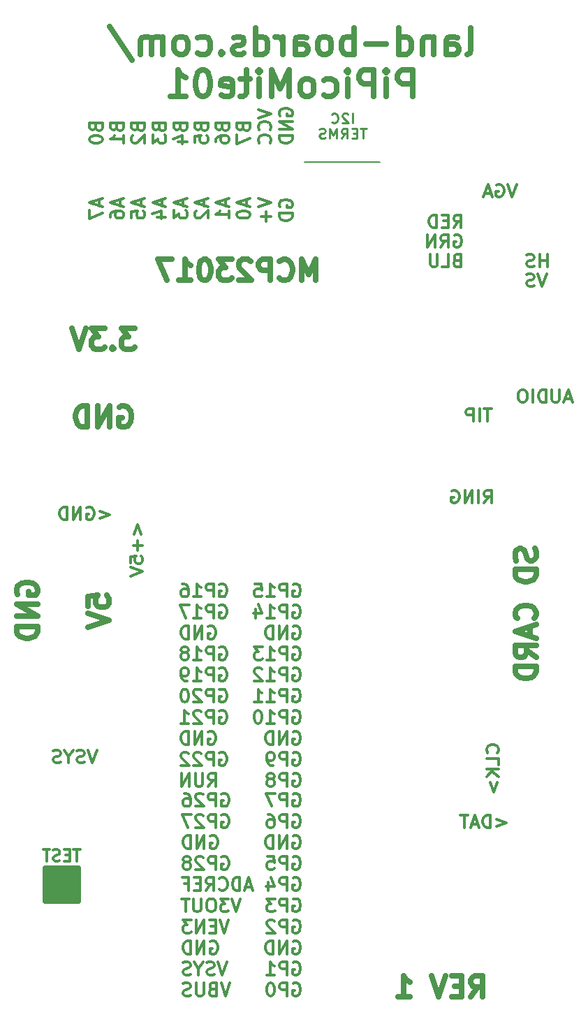
<source format=gbr>
G04 #@! TF.GenerationSoftware,KiCad,Pcbnew,(6.0.1)*
G04 #@! TF.CreationDate,2022-05-17T17:10:53-04:00*
G04 #@! TF.ProjectId,PiPicoMite01,50695069-636f-44d6-9974-6530312e6b69,2*
G04 #@! TF.SameCoordinates,Original*
G04 #@! TF.FileFunction,Legend,Bot*
G04 #@! TF.FilePolarity,Positive*
%FSLAX46Y46*%
G04 Gerber Fmt 4.6, Leading zero omitted, Abs format (unit mm)*
G04 Created by KiCad (PCBNEW (6.0.1)) date 2022-05-17 17:10:53*
%MOMM*%
%LPD*%
G01*
G04 APERTURE LIST*
%ADD10C,0.150000*%
%ADD11C,0.635000*%
%ADD12C,0.304800*%
%ADD13C,0.285750*%
%ADD14C,0.650000*%
G04 APERTURE END LIST*
D10*
X148590000Y-19050000D02*
X157734000Y-19050000D01*
D11*
X113792000Y-71470761D02*
X113671047Y-71228857D01*
X113671047Y-70866000D01*
X113792000Y-70503142D01*
X114033904Y-70261238D01*
X114275809Y-70140285D01*
X114759619Y-70019333D01*
X115122476Y-70019333D01*
X115606285Y-70140285D01*
X115848190Y-70261238D01*
X116090095Y-70503142D01*
X116211047Y-70866000D01*
X116211047Y-71107904D01*
X116090095Y-71470761D01*
X115969142Y-71591714D01*
X115122476Y-71591714D01*
X115122476Y-71107904D01*
X116211047Y-72680285D02*
X113671047Y-72680285D01*
X116211047Y-74131714D01*
X113671047Y-74131714D01*
X116211047Y-75341238D02*
X113671047Y-75341238D01*
X113671047Y-75946000D01*
X113792000Y-76308857D01*
X114033904Y-76550761D01*
X114275809Y-76671714D01*
X114759619Y-76792666D01*
X115122476Y-76792666D01*
X115606285Y-76671714D01*
X115848190Y-76550761D01*
X116090095Y-76308857D01*
X116211047Y-75946000D01*
X116211047Y-75341238D01*
D12*
X170369048Y-60356447D02*
X170898215Y-59654923D01*
X171276191Y-60356447D02*
X171276191Y-58883247D01*
X170671429Y-58883247D01*
X170520239Y-58953400D01*
X170444643Y-59023552D01*
X170369048Y-59163857D01*
X170369048Y-59374314D01*
X170444643Y-59514619D01*
X170520239Y-59584771D01*
X170671429Y-59654923D01*
X171276191Y-59654923D01*
X169688691Y-60356447D02*
X169688691Y-58883247D01*
X168932739Y-60356447D02*
X168932739Y-58883247D01*
X168025596Y-60356447D01*
X168025596Y-58883247D01*
X166438096Y-58953400D02*
X166589286Y-58883247D01*
X166816072Y-58883247D01*
X167042858Y-58953400D01*
X167194048Y-59093704D01*
X167269643Y-59234009D01*
X167345239Y-59514619D01*
X167345239Y-59725076D01*
X167269643Y-60005685D01*
X167194048Y-60145990D01*
X167042858Y-60286295D01*
X166816072Y-60356447D01*
X166664881Y-60356447D01*
X166438096Y-60286295D01*
X166362500Y-60216142D01*
X166362500Y-59725076D01*
X166664881Y-59725076D01*
X123778191Y-61406314D02*
X124987715Y-61827228D01*
X123778191Y-62248142D01*
X122190691Y-60985400D02*
X122341881Y-60915247D01*
X122568667Y-60915247D01*
X122795453Y-60985400D01*
X122946643Y-61125704D01*
X123022239Y-61266009D01*
X123097834Y-61546619D01*
X123097834Y-61757076D01*
X123022239Y-62037685D01*
X122946643Y-62177990D01*
X122795453Y-62318295D01*
X122568667Y-62388447D01*
X122417477Y-62388447D01*
X122190691Y-62318295D01*
X122115096Y-62248142D01*
X122115096Y-61757076D01*
X122417477Y-61757076D01*
X121434739Y-62388447D02*
X121434739Y-60915247D01*
X120527596Y-62388447D01*
X120527596Y-60915247D01*
X119771643Y-62388447D02*
X119771643Y-60915247D01*
X119393667Y-60915247D01*
X119166881Y-60985400D01*
X119015691Y-61125704D01*
X118940096Y-61266009D01*
X118864500Y-61546619D01*
X118864500Y-61757076D01*
X118940096Y-62037685D01*
X119015691Y-62177990D01*
X119166881Y-62318295D01*
X119393667Y-62388447D01*
X119771643Y-62388447D01*
D11*
X168728571Y-120275047D02*
X169575238Y-119065523D01*
X170180000Y-120275047D02*
X170180000Y-117735047D01*
X169212380Y-117735047D01*
X168970476Y-117856000D01*
X168849523Y-117976952D01*
X168728571Y-118218857D01*
X168728571Y-118581714D01*
X168849523Y-118823619D01*
X168970476Y-118944571D01*
X169212380Y-119065523D01*
X170180000Y-119065523D01*
X167640000Y-118944571D02*
X166793333Y-118944571D01*
X166430476Y-120275047D02*
X167640000Y-120275047D01*
X167640000Y-117735047D01*
X166430476Y-117735047D01*
X165704761Y-117735047D02*
X164858095Y-120275047D01*
X164011428Y-117735047D01*
X159899047Y-120275047D02*
X161350476Y-120275047D01*
X160624761Y-120275047D02*
X160624761Y-117735047D01*
X160866666Y-118097904D01*
X161108571Y-118339809D01*
X161350476Y-118460761D01*
X126141238Y-48768000D02*
X126383142Y-48647047D01*
X126746000Y-48647047D01*
X127108857Y-48768000D01*
X127350761Y-49009904D01*
X127471714Y-49251809D01*
X127592666Y-49735619D01*
X127592666Y-50098476D01*
X127471714Y-50582285D01*
X127350761Y-50824190D01*
X127108857Y-51066095D01*
X126746000Y-51187047D01*
X126504095Y-51187047D01*
X126141238Y-51066095D01*
X126020285Y-50945142D01*
X126020285Y-50098476D01*
X126504095Y-50098476D01*
X124931714Y-51187047D02*
X124931714Y-48647047D01*
X123480285Y-51187047D01*
X123480285Y-48647047D01*
X122270761Y-51187047D02*
X122270761Y-48647047D01*
X121666000Y-48647047D01*
X121303142Y-48768000D01*
X121061238Y-49009904D01*
X120940285Y-49251809D01*
X120819333Y-49735619D01*
X120819333Y-50098476D01*
X120940285Y-50582285D01*
X121061238Y-50824190D01*
X121303142Y-51066095D01*
X121666000Y-51187047D01*
X122270761Y-51187047D01*
D12*
X180926096Y-47743533D02*
X180170143Y-47743533D01*
X181077286Y-48164447D02*
X180548120Y-46691247D01*
X180018953Y-48164447D01*
X179489786Y-46691247D02*
X179489786Y-47883838D01*
X179414191Y-48024142D01*
X179338596Y-48094295D01*
X179187405Y-48164447D01*
X178885024Y-48164447D01*
X178733834Y-48094295D01*
X178658239Y-48024142D01*
X178582643Y-47883838D01*
X178582643Y-46691247D01*
X177826691Y-48164447D02*
X177826691Y-46691247D01*
X177448715Y-46691247D01*
X177221929Y-46761400D01*
X177070739Y-46901704D01*
X176995143Y-47042009D01*
X176919548Y-47322619D01*
X176919548Y-47533076D01*
X176995143Y-47813685D01*
X177070739Y-47953990D01*
X177221929Y-48094295D01*
X177448715Y-48164447D01*
X177826691Y-48164447D01*
X176239191Y-48164447D02*
X176239191Y-46691247D01*
X175180858Y-46691247D02*
X174878477Y-46691247D01*
X174727286Y-46761400D01*
X174576096Y-46901704D01*
X174500500Y-47182314D01*
X174500500Y-47673380D01*
X174576096Y-47953990D01*
X174727286Y-48094295D01*
X174878477Y-48164447D01*
X175180858Y-48164447D01*
X175332048Y-48094295D01*
X175483239Y-47953990D01*
X175558834Y-47673380D01*
X175558834Y-47182314D01*
X175483239Y-46901704D01*
X175332048Y-46761400D01*
X175180858Y-46691247D01*
X147182356Y-95654813D02*
X147333546Y-95579217D01*
X147560332Y-95579217D01*
X147787118Y-95654813D01*
X147938308Y-95806003D01*
X148013903Y-95957193D01*
X148089499Y-96259574D01*
X148089499Y-96486360D01*
X148013903Y-96788741D01*
X147938308Y-96939932D01*
X147787118Y-97091122D01*
X147560332Y-97166717D01*
X147409141Y-97166717D01*
X147182356Y-97091122D01*
X147106760Y-97015527D01*
X147106760Y-96486360D01*
X147409141Y-96486360D01*
X146426403Y-97166717D02*
X146426403Y-95579217D01*
X145821641Y-95579217D01*
X145670451Y-95654813D01*
X145594856Y-95730408D01*
X145519260Y-95881598D01*
X145519260Y-96108384D01*
X145594856Y-96259574D01*
X145670451Y-96335170D01*
X145821641Y-96410765D01*
X146426403Y-96410765D01*
X144990094Y-95579217D02*
X143931760Y-95579217D01*
X144612118Y-97166717D01*
X147182356Y-98210688D02*
X147333546Y-98135092D01*
X147560332Y-98135092D01*
X147787118Y-98210688D01*
X147938308Y-98361878D01*
X148013903Y-98513068D01*
X148089499Y-98815449D01*
X148089499Y-99042235D01*
X148013903Y-99344616D01*
X147938308Y-99495807D01*
X147787118Y-99646997D01*
X147560332Y-99722592D01*
X147409141Y-99722592D01*
X147182356Y-99646997D01*
X147106760Y-99571402D01*
X147106760Y-99042235D01*
X147409141Y-99042235D01*
X146426403Y-99722592D02*
X146426403Y-98135092D01*
X145821641Y-98135092D01*
X145670451Y-98210688D01*
X145594856Y-98286283D01*
X145519260Y-98437473D01*
X145519260Y-98664259D01*
X145594856Y-98815449D01*
X145670451Y-98891045D01*
X145821641Y-98966640D01*
X146426403Y-98966640D01*
X144158546Y-98135092D02*
X144460927Y-98135092D01*
X144612118Y-98210688D01*
X144687713Y-98286283D01*
X144838903Y-98513068D01*
X144914499Y-98815449D01*
X144914499Y-99420211D01*
X144838903Y-99571402D01*
X144763308Y-99646997D01*
X144612118Y-99722592D01*
X144309737Y-99722592D01*
X144158546Y-99646997D01*
X144082951Y-99571402D01*
X144007356Y-99420211D01*
X144007356Y-99042235D01*
X144082951Y-98891045D01*
X144158546Y-98815449D01*
X144309737Y-98739854D01*
X144612118Y-98739854D01*
X144763308Y-98815449D01*
X144838903Y-98891045D01*
X144914499Y-99042235D01*
X147182356Y-100766563D02*
X147333546Y-100690967D01*
X147560332Y-100690967D01*
X147787118Y-100766563D01*
X147938308Y-100917753D01*
X148013903Y-101068943D01*
X148089499Y-101371324D01*
X148089499Y-101598110D01*
X148013903Y-101900491D01*
X147938308Y-102051682D01*
X147787118Y-102202872D01*
X147560332Y-102278467D01*
X147409141Y-102278467D01*
X147182356Y-102202872D01*
X147106760Y-102127277D01*
X147106760Y-101598110D01*
X147409141Y-101598110D01*
X146426403Y-102278467D02*
X146426403Y-100690967D01*
X145519260Y-102278467D01*
X145519260Y-100690967D01*
X144763308Y-102278467D02*
X144763308Y-100690967D01*
X144385332Y-100690967D01*
X144158546Y-100766563D01*
X144007356Y-100917753D01*
X143931760Y-101068943D01*
X143856165Y-101371324D01*
X143856165Y-101598110D01*
X143931760Y-101900491D01*
X144007356Y-102051682D01*
X144158546Y-102202872D01*
X144385332Y-102278467D01*
X144763308Y-102278467D01*
X147182356Y-103322438D02*
X147333546Y-103246842D01*
X147560332Y-103246842D01*
X147787118Y-103322438D01*
X147938308Y-103473628D01*
X148013903Y-103624818D01*
X148089499Y-103927199D01*
X148089499Y-104153985D01*
X148013903Y-104456366D01*
X147938308Y-104607557D01*
X147787118Y-104758747D01*
X147560332Y-104834342D01*
X147409141Y-104834342D01*
X147182356Y-104758747D01*
X147106760Y-104683152D01*
X147106760Y-104153985D01*
X147409141Y-104153985D01*
X146426403Y-104834342D02*
X146426403Y-103246842D01*
X145821641Y-103246842D01*
X145670451Y-103322438D01*
X145594856Y-103398033D01*
X145519260Y-103549223D01*
X145519260Y-103776009D01*
X145594856Y-103927199D01*
X145670451Y-104002795D01*
X145821641Y-104078390D01*
X146426403Y-104078390D01*
X144082951Y-103246842D02*
X144838903Y-103246842D01*
X144914499Y-104002795D01*
X144838903Y-103927199D01*
X144687713Y-103851604D01*
X144309737Y-103851604D01*
X144158546Y-103927199D01*
X144082951Y-104002795D01*
X144007356Y-104153985D01*
X144007356Y-104531961D01*
X144082951Y-104683152D01*
X144158546Y-104758747D01*
X144309737Y-104834342D01*
X144687713Y-104834342D01*
X144838903Y-104758747D01*
X144914499Y-104683152D01*
X147182356Y-105878313D02*
X147333546Y-105802717D01*
X147560332Y-105802717D01*
X147787118Y-105878313D01*
X147938308Y-106029503D01*
X148013903Y-106180693D01*
X148089499Y-106483074D01*
X148089499Y-106709860D01*
X148013903Y-107012241D01*
X147938308Y-107163432D01*
X147787118Y-107314622D01*
X147560332Y-107390217D01*
X147409141Y-107390217D01*
X147182356Y-107314622D01*
X147106760Y-107239027D01*
X147106760Y-106709860D01*
X147409141Y-106709860D01*
X146426403Y-107390217D02*
X146426403Y-105802717D01*
X145821641Y-105802717D01*
X145670451Y-105878313D01*
X145594856Y-105953908D01*
X145519260Y-106105098D01*
X145519260Y-106331884D01*
X145594856Y-106483074D01*
X145670451Y-106558670D01*
X145821641Y-106634265D01*
X146426403Y-106634265D01*
X144158546Y-106331884D02*
X144158546Y-107390217D01*
X144536522Y-105727122D02*
X144914499Y-106861051D01*
X143931760Y-106861051D01*
X147182356Y-108434188D02*
X147333546Y-108358592D01*
X147560332Y-108358592D01*
X147787118Y-108434188D01*
X147938308Y-108585378D01*
X148013903Y-108736568D01*
X148089499Y-109038949D01*
X148089499Y-109265735D01*
X148013903Y-109568116D01*
X147938308Y-109719307D01*
X147787118Y-109870497D01*
X147560332Y-109946092D01*
X147409141Y-109946092D01*
X147182356Y-109870497D01*
X147106760Y-109794902D01*
X147106760Y-109265735D01*
X147409141Y-109265735D01*
X146426403Y-109946092D02*
X146426403Y-108358592D01*
X145821641Y-108358592D01*
X145670451Y-108434188D01*
X145594856Y-108509783D01*
X145519260Y-108660973D01*
X145519260Y-108887759D01*
X145594856Y-109038949D01*
X145670451Y-109114545D01*
X145821641Y-109190140D01*
X146426403Y-109190140D01*
X144990094Y-108358592D02*
X144007356Y-108358592D01*
X144536522Y-108963354D01*
X144309737Y-108963354D01*
X144158546Y-109038949D01*
X144082951Y-109114545D01*
X144007356Y-109265735D01*
X144007356Y-109643711D01*
X144082951Y-109794902D01*
X144158546Y-109870497D01*
X144309737Y-109946092D01*
X144763308Y-109946092D01*
X144914499Y-109870497D01*
X144990094Y-109794902D01*
X147182356Y-110990063D02*
X147333546Y-110914467D01*
X147560332Y-110914467D01*
X147787118Y-110990063D01*
X147938308Y-111141253D01*
X148013903Y-111292443D01*
X148089499Y-111594824D01*
X148089499Y-111821610D01*
X148013903Y-112123991D01*
X147938308Y-112275182D01*
X147787118Y-112426372D01*
X147560332Y-112501967D01*
X147409141Y-112501967D01*
X147182356Y-112426372D01*
X147106760Y-112350777D01*
X147106760Y-111821610D01*
X147409141Y-111821610D01*
X146426403Y-112501967D02*
X146426403Y-110914467D01*
X145821641Y-110914467D01*
X145670451Y-110990063D01*
X145594856Y-111065658D01*
X145519260Y-111216848D01*
X145519260Y-111443634D01*
X145594856Y-111594824D01*
X145670451Y-111670420D01*
X145821641Y-111746015D01*
X146426403Y-111746015D01*
X144914499Y-111065658D02*
X144838903Y-110990063D01*
X144687713Y-110914467D01*
X144309737Y-110914467D01*
X144158546Y-110990063D01*
X144082951Y-111065658D01*
X144007356Y-111216848D01*
X144007356Y-111368039D01*
X144082951Y-111594824D01*
X144990094Y-112501967D01*
X144007356Y-112501967D01*
X147182356Y-113545938D02*
X147333546Y-113470342D01*
X147560332Y-113470342D01*
X147787118Y-113545938D01*
X147938308Y-113697128D01*
X148013903Y-113848318D01*
X148089499Y-114150699D01*
X148089499Y-114377485D01*
X148013903Y-114679866D01*
X147938308Y-114831057D01*
X147787118Y-114982247D01*
X147560332Y-115057842D01*
X147409141Y-115057842D01*
X147182356Y-114982247D01*
X147106760Y-114906652D01*
X147106760Y-114377485D01*
X147409141Y-114377485D01*
X146426403Y-115057842D02*
X146426403Y-113470342D01*
X145519260Y-115057842D01*
X145519260Y-113470342D01*
X144763308Y-115057842D02*
X144763308Y-113470342D01*
X144385332Y-113470342D01*
X144158546Y-113545938D01*
X144007356Y-113697128D01*
X143931760Y-113848318D01*
X143856165Y-114150699D01*
X143856165Y-114377485D01*
X143931760Y-114679866D01*
X144007356Y-114831057D01*
X144158546Y-114982247D01*
X144385332Y-115057842D01*
X144763308Y-115057842D01*
X147182356Y-116101813D02*
X147333546Y-116026217D01*
X147560332Y-116026217D01*
X147787118Y-116101813D01*
X147938308Y-116253003D01*
X148013903Y-116404193D01*
X148089499Y-116706574D01*
X148089499Y-116933360D01*
X148013903Y-117235741D01*
X147938308Y-117386932D01*
X147787118Y-117538122D01*
X147560332Y-117613717D01*
X147409141Y-117613717D01*
X147182356Y-117538122D01*
X147106760Y-117462527D01*
X147106760Y-116933360D01*
X147409141Y-116933360D01*
X146426403Y-117613717D02*
X146426403Y-116026217D01*
X145821641Y-116026217D01*
X145670451Y-116101813D01*
X145594856Y-116177408D01*
X145519260Y-116328598D01*
X145519260Y-116555384D01*
X145594856Y-116706574D01*
X145670451Y-116782170D01*
X145821641Y-116857765D01*
X146426403Y-116857765D01*
X144007356Y-117613717D02*
X144914499Y-117613717D01*
X144460927Y-117613717D02*
X144460927Y-116026217D01*
X144612118Y-116253003D01*
X144763308Y-116404193D01*
X144914499Y-116479789D01*
X147182356Y-118657688D02*
X147333546Y-118582092D01*
X147560332Y-118582092D01*
X147787118Y-118657688D01*
X147938308Y-118808878D01*
X148013903Y-118960068D01*
X148089499Y-119262449D01*
X148089499Y-119489235D01*
X148013903Y-119791616D01*
X147938308Y-119942807D01*
X147787118Y-120093997D01*
X147560332Y-120169592D01*
X147409141Y-120169592D01*
X147182356Y-120093997D01*
X147106760Y-120018402D01*
X147106760Y-119489235D01*
X147409141Y-119489235D01*
X146426403Y-120169592D02*
X146426403Y-118582092D01*
X145821641Y-118582092D01*
X145670451Y-118657688D01*
X145594856Y-118733283D01*
X145519260Y-118884473D01*
X145519260Y-119111259D01*
X145594856Y-119262449D01*
X145670451Y-119338045D01*
X145821641Y-119413640D01*
X146426403Y-119413640D01*
X144536522Y-118582092D02*
X144385332Y-118582092D01*
X144234141Y-118657688D01*
X144158546Y-118733283D01*
X144082951Y-118884473D01*
X144007356Y-119186854D01*
X144007356Y-119564830D01*
X144082951Y-119867211D01*
X144158546Y-120018402D01*
X144234141Y-120093997D01*
X144385332Y-120169592D01*
X144536522Y-120169592D01*
X144687713Y-120093997D01*
X144763308Y-120018402D01*
X144838903Y-119867211D01*
X144914499Y-119564830D01*
X144914499Y-119186854D01*
X144838903Y-118884473D01*
X144763308Y-118733283D01*
X144687713Y-118657688D01*
X144536522Y-118582092D01*
D11*
X168308261Y-5992434D02*
X168610642Y-5841244D01*
X168761833Y-5538863D01*
X168761833Y-2817434D01*
X165738023Y-5992434D02*
X165738023Y-4329339D01*
X165889214Y-4026958D01*
X166191595Y-3875767D01*
X166796357Y-3875767D01*
X167098738Y-4026958D01*
X165738023Y-5841244D02*
X166040404Y-5992434D01*
X166796357Y-5992434D01*
X167098738Y-5841244D01*
X167249928Y-5538863D01*
X167249928Y-5236482D01*
X167098738Y-4934101D01*
X166796357Y-4782910D01*
X166040404Y-4782910D01*
X165738023Y-4631720D01*
X164226119Y-3875767D02*
X164226119Y-5992434D01*
X164226119Y-4178148D02*
X164074928Y-4026958D01*
X163772547Y-3875767D01*
X163318976Y-3875767D01*
X163016595Y-4026958D01*
X162865404Y-4329339D01*
X162865404Y-5992434D01*
X159992785Y-5992434D02*
X159992785Y-2817434D01*
X159992785Y-5841244D02*
X160295166Y-5992434D01*
X160899928Y-5992434D01*
X161202309Y-5841244D01*
X161353500Y-5690053D01*
X161504690Y-5387672D01*
X161504690Y-4480529D01*
X161353500Y-4178148D01*
X161202309Y-4026958D01*
X160899928Y-3875767D01*
X160295166Y-3875767D01*
X159992785Y-4026958D01*
X158480880Y-4782910D02*
X156061833Y-4782910D01*
X154549928Y-5992434D02*
X154549928Y-2817434D01*
X154549928Y-4026958D02*
X154247547Y-3875767D01*
X153642785Y-3875767D01*
X153340404Y-4026958D01*
X153189214Y-4178148D01*
X153038023Y-4480529D01*
X153038023Y-5387672D01*
X153189214Y-5690053D01*
X153340404Y-5841244D01*
X153642785Y-5992434D01*
X154247547Y-5992434D01*
X154549928Y-5841244D01*
X151223738Y-5992434D02*
X151526119Y-5841244D01*
X151677309Y-5690053D01*
X151828500Y-5387672D01*
X151828500Y-4480529D01*
X151677309Y-4178148D01*
X151526119Y-4026958D01*
X151223738Y-3875767D01*
X150770166Y-3875767D01*
X150467785Y-4026958D01*
X150316595Y-4178148D01*
X150165404Y-4480529D01*
X150165404Y-5387672D01*
X150316595Y-5690053D01*
X150467785Y-5841244D01*
X150770166Y-5992434D01*
X151223738Y-5992434D01*
X147443976Y-5992434D02*
X147443976Y-4329339D01*
X147595166Y-4026958D01*
X147897547Y-3875767D01*
X148502309Y-3875767D01*
X148804690Y-4026958D01*
X147443976Y-5841244D02*
X147746357Y-5992434D01*
X148502309Y-5992434D01*
X148804690Y-5841244D01*
X148955880Y-5538863D01*
X148955880Y-5236482D01*
X148804690Y-4934101D01*
X148502309Y-4782910D01*
X147746357Y-4782910D01*
X147443976Y-4631720D01*
X145932071Y-5992434D02*
X145932071Y-3875767D01*
X145932071Y-4480529D02*
X145780880Y-4178148D01*
X145629690Y-4026958D01*
X145327309Y-3875767D01*
X145024928Y-3875767D01*
X142605880Y-5992434D02*
X142605880Y-2817434D01*
X142605880Y-5841244D02*
X142908261Y-5992434D01*
X143513023Y-5992434D01*
X143815404Y-5841244D01*
X143966595Y-5690053D01*
X144117785Y-5387672D01*
X144117785Y-4480529D01*
X143966595Y-4178148D01*
X143815404Y-4026958D01*
X143513023Y-3875767D01*
X142908261Y-3875767D01*
X142605880Y-4026958D01*
X141245166Y-5841244D02*
X140942785Y-5992434D01*
X140338023Y-5992434D01*
X140035642Y-5841244D01*
X139884452Y-5538863D01*
X139884452Y-5387672D01*
X140035642Y-5085291D01*
X140338023Y-4934101D01*
X140791595Y-4934101D01*
X141093976Y-4782910D01*
X141245166Y-4480529D01*
X141245166Y-4329339D01*
X141093976Y-4026958D01*
X140791595Y-3875767D01*
X140338023Y-3875767D01*
X140035642Y-4026958D01*
X138523738Y-5690053D02*
X138372547Y-5841244D01*
X138523738Y-5992434D01*
X138674928Y-5841244D01*
X138523738Y-5690053D01*
X138523738Y-5992434D01*
X135651119Y-5841244D02*
X135953500Y-5992434D01*
X136558261Y-5992434D01*
X136860642Y-5841244D01*
X137011833Y-5690053D01*
X137163023Y-5387672D01*
X137163023Y-4480529D01*
X137011833Y-4178148D01*
X136860642Y-4026958D01*
X136558261Y-3875767D01*
X135953500Y-3875767D01*
X135651119Y-4026958D01*
X133836833Y-5992434D02*
X134139214Y-5841244D01*
X134290404Y-5690053D01*
X134441595Y-5387672D01*
X134441595Y-4480529D01*
X134290404Y-4178148D01*
X134139214Y-4026958D01*
X133836833Y-3875767D01*
X133383261Y-3875767D01*
X133080880Y-4026958D01*
X132929690Y-4178148D01*
X132778500Y-4480529D01*
X132778500Y-5387672D01*
X132929690Y-5690053D01*
X133080880Y-5841244D01*
X133383261Y-5992434D01*
X133836833Y-5992434D01*
X131417785Y-5992434D02*
X131417785Y-3875767D01*
X131417785Y-4178148D02*
X131266595Y-4026958D01*
X130964214Y-3875767D01*
X130510642Y-3875767D01*
X130208261Y-4026958D01*
X130057071Y-4329339D01*
X130057071Y-5992434D01*
X130057071Y-4329339D02*
X129905880Y-4026958D01*
X129603500Y-3875767D01*
X129149928Y-3875767D01*
X128847547Y-4026958D01*
X128696357Y-4329339D01*
X128696357Y-5992434D01*
X124916595Y-2666244D02*
X127638023Y-6748386D01*
X161655880Y-11104184D02*
X161655880Y-7929184D01*
X160446357Y-7929184D01*
X160143976Y-8080375D01*
X159992785Y-8231565D01*
X159841595Y-8533946D01*
X159841595Y-8987517D01*
X159992785Y-9289898D01*
X160143976Y-9441089D01*
X160446357Y-9592279D01*
X161655880Y-9592279D01*
X158480880Y-11104184D02*
X158480880Y-8987517D01*
X158480880Y-7929184D02*
X158632071Y-8080375D01*
X158480880Y-8231565D01*
X158329690Y-8080375D01*
X158480880Y-7929184D01*
X158480880Y-8231565D01*
X156968976Y-11104184D02*
X156968976Y-7929184D01*
X155759452Y-7929184D01*
X155457071Y-8080375D01*
X155305880Y-8231565D01*
X155154690Y-8533946D01*
X155154690Y-8987517D01*
X155305880Y-9289898D01*
X155457071Y-9441089D01*
X155759452Y-9592279D01*
X156968976Y-9592279D01*
X153793976Y-11104184D02*
X153793976Y-8987517D01*
X153793976Y-7929184D02*
X153945166Y-8080375D01*
X153793976Y-8231565D01*
X153642785Y-8080375D01*
X153793976Y-7929184D01*
X153793976Y-8231565D01*
X150921357Y-10952994D02*
X151223738Y-11104184D01*
X151828500Y-11104184D01*
X152130880Y-10952994D01*
X152282071Y-10801803D01*
X152433261Y-10499422D01*
X152433261Y-9592279D01*
X152282071Y-9289898D01*
X152130880Y-9138708D01*
X151828500Y-8987517D01*
X151223738Y-8987517D01*
X150921357Y-9138708D01*
X149107071Y-11104184D02*
X149409452Y-10952994D01*
X149560642Y-10801803D01*
X149711833Y-10499422D01*
X149711833Y-9592279D01*
X149560642Y-9289898D01*
X149409452Y-9138708D01*
X149107071Y-8987517D01*
X148653500Y-8987517D01*
X148351119Y-9138708D01*
X148199928Y-9289898D01*
X148048738Y-9592279D01*
X148048738Y-10499422D01*
X148199928Y-10801803D01*
X148351119Y-10952994D01*
X148653500Y-11104184D01*
X149107071Y-11104184D01*
X146688023Y-11104184D02*
X146688023Y-7929184D01*
X145629690Y-10197041D01*
X144571357Y-7929184D01*
X144571357Y-11104184D01*
X143059452Y-11104184D02*
X143059452Y-8987517D01*
X143059452Y-7929184D02*
X143210642Y-8080375D01*
X143059452Y-8231565D01*
X142908261Y-8080375D01*
X143059452Y-7929184D01*
X143059452Y-8231565D01*
X142001119Y-8987517D02*
X140791595Y-8987517D01*
X141547547Y-7929184D02*
X141547547Y-10650613D01*
X141396357Y-10952994D01*
X141093976Y-11104184D01*
X140791595Y-11104184D01*
X138523738Y-10952994D02*
X138826119Y-11104184D01*
X139430880Y-11104184D01*
X139733261Y-10952994D01*
X139884452Y-10650613D01*
X139884452Y-9441089D01*
X139733261Y-9138708D01*
X139430880Y-8987517D01*
X138826119Y-8987517D01*
X138523738Y-9138708D01*
X138372547Y-9441089D01*
X138372547Y-9743470D01*
X139884452Y-10045851D01*
X136407071Y-7929184D02*
X136104690Y-7929184D01*
X135802309Y-8080375D01*
X135651119Y-8231565D01*
X135499928Y-8533946D01*
X135348738Y-9138708D01*
X135348738Y-9894660D01*
X135499928Y-10499422D01*
X135651119Y-10801803D01*
X135802309Y-10952994D01*
X136104690Y-11104184D01*
X136407071Y-11104184D01*
X136709452Y-10952994D01*
X136860642Y-10801803D01*
X137011833Y-10499422D01*
X137163023Y-9894660D01*
X137163023Y-9138708D01*
X137011833Y-8533946D01*
X136860642Y-8231565D01*
X136709452Y-8080375D01*
X136407071Y-7929184D01*
X132324928Y-11104184D02*
X134139214Y-11104184D01*
X133232071Y-11104184D02*
X133232071Y-7929184D01*
X133534452Y-8382755D01*
X133836833Y-8685136D01*
X134139214Y-8836327D01*
D12*
X138283405Y-70254813D02*
X138434596Y-70179217D01*
X138661381Y-70179217D01*
X138888167Y-70254813D01*
X139039358Y-70406003D01*
X139114953Y-70557193D01*
X139190548Y-70859574D01*
X139190548Y-71086360D01*
X139114953Y-71388741D01*
X139039358Y-71539932D01*
X138888167Y-71691122D01*
X138661381Y-71766717D01*
X138510191Y-71766717D01*
X138283405Y-71691122D01*
X138207810Y-71615527D01*
X138207810Y-71086360D01*
X138510191Y-71086360D01*
X137527453Y-71766717D02*
X137527453Y-70179217D01*
X136922691Y-70179217D01*
X136771500Y-70254813D01*
X136695905Y-70330408D01*
X136620310Y-70481598D01*
X136620310Y-70708384D01*
X136695905Y-70859574D01*
X136771500Y-70935170D01*
X136922691Y-71010765D01*
X137527453Y-71010765D01*
X135108405Y-71766717D02*
X136015548Y-71766717D01*
X135561977Y-71766717D02*
X135561977Y-70179217D01*
X135713167Y-70406003D01*
X135864358Y-70557193D01*
X136015548Y-70632789D01*
X133747691Y-70179217D02*
X134050072Y-70179217D01*
X134201262Y-70254813D01*
X134276858Y-70330408D01*
X134428048Y-70557193D01*
X134503643Y-70859574D01*
X134503643Y-71464336D01*
X134428048Y-71615527D01*
X134352453Y-71691122D01*
X134201262Y-71766717D01*
X133898881Y-71766717D01*
X133747691Y-71691122D01*
X133672096Y-71615527D01*
X133596500Y-71464336D01*
X133596500Y-71086360D01*
X133672096Y-70935170D01*
X133747691Y-70859574D01*
X133898881Y-70783979D01*
X134201262Y-70783979D01*
X134352453Y-70859574D01*
X134428048Y-70935170D01*
X134503643Y-71086360D01*
X138283405Y-72810688D02*
X138434596Y-72735092D01*
X138661381Y-72735092D01*
X138888167Y-72810688D01*
X139039358Y-72961878D01*
X139114953Y-73113068D01*
X139190548Y-73415449D01*
X139190548Y-73642235D01*
X139114953Y-73944616D01*
X139039358Y-74095807D01*
X138888167Y-74246997D01*
X138661381Y-74322592D01*
X138510191Y-74322592D01*
X138283405Y-74246997D01*
X138207810Y-74171402D01*
X138207810Y-73642235D01*
X138510191Y-73642235D01*
X137527453Y-74322592D02*
X137527453Y-72735092D01*
X136922691Y-72735092D01*
X136771500Y-72810688D01*
X136695905Y-72886283D01*
X136620310Y-73037473D01*
X136620310Y-73264259D01*
X136695905Y-73415449D01*
X136771500Y-73491045D01*
X136922691Y-73566640D01*
X137527453Y-73566640D01*
X135108405Y-74322592D02*
X136015548Y-74322592D01*
X135561977Y-74322592D02*
X135561977Y-72735092D01*
X135713167Y-72961878D01*
X135864358Y-73113068D01*
X136015548Y-73188664D01*
X134579239Y-72735092D02*
X133520905Y-72735092D01*
X134201262Y-74322592D01*
X136922691Y-75366563D02*
X137073881Y-75290967D01*
X137300667Y-75290967D01*
X137527453Y-75366563D01*
X137678643Y-75517753D01*
X137754239Y-75668943D01*
X137829834Y-75971324D01*
X137829834Y-76198110D01*
X137754239Y-76500491D01*
X137678643Y-76651682D01*
X137527453Y-76802872D01*
X137300667Y-76878467D01*
X137149477Y-76878467D01*
X136922691Y-76802872D01*
X136847096Y-76727277D01*
X136847096Y-76198110D01*
X137149477Y-76198110D01*
X136166739Y-76878467D02*
X136166739Y-75290967D01*
X135259596Y-76878467D01*
X135259596Y-75290967D01*
X134503643Y-76878467D02*
X134503643Y-75290967D01*
X134125667Y-75290967D01*
X133898881Y-75366563D01*
X133747691Y-75517753D01*
X133672096Y-75668943D01*
X133596500Y-75971324D01*
X133596500Y-76198110D01*
X133672096Y-76500491D01*
X133747691Y-76651682D01*
X133898881Y-76802872D01*
X134125667Y-76878467D01*
X134503643Y-76878467D01*
X138283405Y-77922438D02*
X138434596Y-77846842D01*
X138661381Y-77846842D01*
X138888167Y-77922438D01*
X139039358Y-78073628D01*
X139114953Y-78224818D01*
X139190548Y-78527199D01*
X139190548Y-78753985D01*
X139114953Y-79056366D01*
X139039358Y-79207557D01*
X138888167Y-79358747D01*
X138661381Y-79434342D01*
X138510191Y-79434342D01*
X138283405Y-79358747D01*
X138207810Y-79283152D01*
X138207810Y-78753985D01*
X138510191Y-78753985D01*
X137527453Y-79434342D02*
X137527453Y-77846842D01*
X136922691Y-77846842D01*
X136771500Y-77922438D01*
X136695905Y-77998033D01*
X136620310Y-78149223D01*
X136620310Y-78376009D01*
X136695905Y-78527199D01*
X136771500Y-78602795D01*
X136922691Y-78678390D01*
X137527453Y-78678390D01*
X135108405Y-79434342D02*
X136015548Y-79434342D01*
X135561977Y-79434342D02*
X135561977Y-77846842D01*
X135713167Y-78073628D01*
X135864358Y-78224818D01*
X136015548Y-78300414D01*
X134201262Y-78527199D02*
X134352453Y-78451604D01*
X134428048Y-78376009D01*
X134503643Y-78224818D01*
X134503643Y-78149223D01*
X134428048Y-77998033D01*
X134352453Y-77922438D01*
X134201262Y-77846842D01*
X133898881Y-77846842D01*
X133747691Y-77922438D01*
X133672096Y-77998033D01*
X133596500Y-78149223D01*
X133596500Y-78224818D01*
X133672096Y-78376009D01*
X133747691Y-78451604D01*
X133898881Y-78527199D01*
X134201262Y-78527199D01*
X134352453Y-78602795D01*
X134428048Y-78678390D01*
X134503643Y-78829580D01*
X134503643Y-79131961D01*
X134428048Y-79283152D01*
X134352453Y-79358747D01*
X134201262Y-79434342D01*
X133898881Y-79434342D01*
X133747691Y-79358747D01*
X133672096Y-79283152D01*
X133596500Y-79131961D01*
X133596500Y-78829580D01*
X133672096Y-78678390D01*
X133747691Y-78602795D01*
X133898881Y-78527199D01*
X138283405Y-80478313D02*
X138434596Y-80402717D01*
X138661381Y-80402717D01*
X138888167Y-80478313D01*
X139039358Y-80629503D01*
X139114953Y-80780693D01*
X139190548Y-81083074D01*
X139190548Y-81309860D01*
X139114953Y-81612241D01*
X139039358Y-81763432D01*
X138888167Y-81914622D01*
X138661381Y-81990217D01*
X138510191Y-81990217D01*
X138283405Y-81914622D01*
X138207810Y-81839027D01*
X138207810Y-81309860D01*
X138510191Y-81309860D01*
X137527453Y-81990217D02*
X137527453Y-80402717D01*
X136922691Y-80402717D01*
X136771500Y-80478313D01*
X136695905Y-80553908D01*
X136620310Y-80705098D01*
X136620310Y-80931884D01*
X136695905Y-81083074D01*
X136771500Y-81158670D01*
X136922691Y-81234265D01*
X137527453Y-81234265D01*
X135108405Y-81990217D02*
X136015548Y-81990217D01*
X135561977Y-81990217D02*
X135561977Y-80402717D01*
X135713167Y-80629503D01*
X135864358Y-80780693D01*
X136015548Y-80856289D01*
X134352453Y-81990217D02*
X134050072Y-81990217D01*
X133898881Y-81914622D01*
X133823286Y-81839027D01*
X133672096Y-81612241D01*
X133596500Y-81309860D01*
X133596500Y-80705098D01*
X133672096Y-80553908D01*
X133747691Y-80478313D01*
X133898881Y-80402717D01*
X134201262Y-80402717D01*
X134352453Y-80478313D01*
X134428048Y-80553908D01*
X134503643Y-80705098D01*
X134503643Y-81083074D01*
X134428048Y-81234265D01*
X134352453Y-81309860D01*
X134201262Y-81385455D01*
X133898881Y-81385455D01*
X133747691Y-81309860D01*
X133672096Y-81234265D01*
X133596500Y-81083074D01*
X138283405Y-83034188D02*
X138434596Y-82958592D01*
X138661381Y-82958592D01*
X138888167Y-83034188D01*
X139039358Y-83185378D01*
X139114953Y-83336568D01*
X139190548Y-83638949D01*
X139190548Y-83865735D01*
X139114953Y-84168116D01*
X139039358Y-84319307D01*
X138888167Y-84470497D01*
X138661381Y-84546092D01*
X138510191Y-84546092D01*
X138283405Y-84470497D01*
X138207810Y-84394902D01*
X138207810Y-83865735D01*
X138510191Y-83865735D01*
X137527453Y-84546092D02*
X137527453Y-82958592D01*
X136922691Y-82958592D01*
X136771500Y-83034188D01*
X136695905Y-83109783D01*
X136620310Y-83260973D01*
X136620310Y-83487759D01*
X136695905Y-83638949D01*
X136771500Y-83714545D01*
X136922691Y-83790140D01*
X137527453Y-83790140D01*
X136015548Y-83109783D02*
X135939953Y-83034188D01*
X135788762Y-82958592D01*
X135410786Y-82958592D01*
X135259596Y-83034188D01*
X135184000Y-83109783D01*
X135108405Y-83260973D01*
X135108405Y-83412164D01*
X135184000Y-83638949D01*
X136091143Y-84546092D01*
X135108405Y-84546092D01*
X134125667Y-82958592D02*
X133974477Y-82958592D01*
X133823286Y-83034188D01*
X133747691Y-83109783D01*
X133672096Y-83260973D01*
X133596500Y-83563354D01*
X133596500Y-83941330D01*
X133672096Y-84243711D01*
X133747691Y-84394902D01*
X133823286Y-84470497D01*
X133974477Y-84546092D01*
X134125667Y-84546092D01*
X134276858Y-84470497D01*
X134352453Y-84394902D01*
X134428048Y-84243711D01*
X134503643Y-83941330D01*
X134503643Y-83563354D01*
X134428048Y-83260973D01*
X134352453Y-83109783D01*
X134276858Y-83034188D01*
X134125667Y-82958592D01*
X138283405Y-85590063D02*
X138434596Y-85514467D01*
X138661381Y-85514467D01*
X138888167Y-85590063D01*
X139039358Y-85741253D01*
X139114953Y-85892443D01*
X139190548Y-86194824D01*
X139190548Y-86421610D01*
X139114953Y-86723991D01*
X139039358Y-86875182D01*
X138888167Y-87026372D01*
X138661381Y-87101967D01*
X138510191Y-87101967D01*
X138283405Y-87026372D01*
X138207810Y-86950777D01*
X138207810Y-86421610D01*
X138510191Y-86421610D01*
X137527453Y-87101967D02*
X137527453Y-85514467D01*
X136922691Y-85514467D01*
X136771500Y-85590063D01*
X136695905Y-85665658D01*
X136620310Y-85816848D01*
X136620310Y-86043634D01*
X136695905Y-86194824D01*
X136771500Y-86270420D01*
X136922691Y-86346015D01*
X137527453Y-86346015D01*
X136015548Y-85665658D02*
X135939953Y-85590063D01*
X135788762Y-85514467D01*
X135410786Y-85514467D01*
X135259596Y-85590063D01*
X135184000Y-85665658D01*
X135108405Y-85816848D01*
X135108405Y-85968039D01*
X135184000Y-86194824D01*
X136091143Y-87101967D01*
X135108405Y-87101967D01*
X133596500Y-87101967D02*
X134503643Y-87101967D01*
X134050072Y-87101967D02*
X134050072Y-85514467D01*
X134201262Y-85741253D01*
X134352453Y-85892443D01*
X134503643Y-85968039D01*
X136922691Y-88145938D02*
X137073881Y-88070342D01*
X137300667Y-88070342D01*
X137527453Y-88145938D01*
X137678643Y-88297128D01*
X137754239Y-88448318D01*
X137829834Y-88750699D01*
X137829834Y-88977485D01*
X137754239Y-89279866D01*
X137678643Y-89431057D01*
X137527453Y-89582247D01*
X137300667Y-89657842D01*
X137149477Y-89657842D01*
X136922691Y-89582247D01*
X136847096Y-89506652D01*
X136847096Y-88977485D01*
X137149477Y-88977485D01*
X136166739Y-89657842D02*
X136166739Y-88070342D01*
X135259596Y-89657842D01*
X135259596Y-88070342D01*
X134503643Y-89657842D02*
X134503643Y-88070342D01*
X134125667Y-88070342D01*
X133898881Y-88145938D01*
X133747691Y-88297128D01*
X133672096Y-88448318D01*
X133596500Y-88750699D01*
X133596500Y-88977485D01*
X133672096Y-89279866D01*
X133747691Y-89431057D01*
X133898881Y-89582247D01*
X134125667Y-89657842D01*
X134503643Y-89657842D01*
X138283405Y-90701813D02*
X138434596Y-90626217D01*
X138661381Y-90626217D01*
X138888167Y-90701813D01*
X139039358Y-90853003D01*
X139114953Y-91004193D01*
X139190548Y-91306574D01*
X139190548Y-91533360D01*
X139114953Y-91835741D01*
X139039358Y-91986932D01*
X138888167Y-92138122D01*
X138661381Y-92213717D01*
X138510191Y-92213717D01*
X138283405Y-92138122D01*
X138207810Y-92062527D01*
X138207810Y-91533360D01*
X138510191Y-91533360D01*
X137527453Y-92213717D02*
X137527453Y-90626217D01*
X136922691Y-90626217D01*
X136771500Y-90701813D01*
X136695905Y-90777408D01*
X136620310Y-90928598D01*
X136620310Y-91155384D01*
X136695905Y-91306574D01*
X136771500Y-91382170D01*
X136922691Y-91457765D01*
X137527453Y-91457765D01*
X136015548Y-90777408D02*
X135939953Y-90701813D01*
X135788762Y-90626217D01*
X135410786Y-90626217D01*
X135259596Y-90701813D01*
X135184000Y-90777408D01*
X135108405Y-90928598D01*
X135108405Y-91079789D01*
X135184000Y-91306574D01*
X136091143Y-92213717D01*
X135108405Y-92213717D01*
X134503643Y-90777408D02*
X134428048Y-90701813D01*
X134276858Y-90626217D01*
X133898881Y-90626217D01*
X133747691Y-90701813D01*
X133672096Y-90777408D01*
X133596500Y-90928598D01*
X133596500Y-91079789D01*
X133672096Y-91306574D01*
X134579239Y-92213717D01*
X133596500Y-92213717D01*
X136922691Y-94769592D02*
X137451858Y-94013640D01*
X137829834Y-94769592D02*
X137829834Y-93182092D01*
X137225072Y-93182092D01*
X137073881Y-93257688D01*
X136998286Y-93333283D01*
X136922691Y-93484473D01*
X136922691Y-93711259D01*
X136998286Y-93862449D01*
X137073881Y-93938045D01*
X137225072Y-94013640D01*
X137829834Y-94013640D01*
X136242334Y-93182092D02*
X136242334Y-94467211D01*
X136166739Y-94618402D01*
X136091143Y-94693997D01*
X135939953Y-94769592D01*
X135637572Y-94769592D01*
X135486381Y-94693997D01*
X135410786Y-94618402D01*
X135335191Y-94467211D01*
X135335191Y-93182092D01*
X134579239Y-94769592D02*
X134579239Y-93182092D01*
X133672096Y-94769592D01*
X133672096Y-93182092D01*
X178001143Y-31738521D02*
X178001143Y-30265321D01*
X178001143Y-30966845D02*
X177094000Y-30966845D01*
X177094000Y-31738521D02*
X177094000Y-30265321D01*
X176413643Y-31668369D02*
X176186858Y-31738521D01*
X175808881Y-31738521D01*
X175657691Y-31668369D01*
X175582096Y-31598216D01*
X175506500Y-31457912D01*
X175506500Y-31317607D01*
X175582096Y-31177302D01*
X175657691Y-31107150D01*
X175808881Y-31036997D01*
X176111262Y-30966845D01*
X176262453Y-30896693D01*
X176338048Y-30826540D01*
X176413643Y-30686235D01*
X176413643Y-30545931D01*
X176338048Y-30405626D01*
X176262453Y-30335474D01*
X176111262Y-30265321D01*
X175733286Y-30265321D01*
X175506500Y-30335474D01*
X177925548Y-32637173D02*
X177396381Y-34110373D01*
X176867215Y-32637173D01*
X176413643Y-34040221D02*
X176186858Y-34110373D01*
X175808881Y-34110373D01*
X175657691Y-34040221D01*
X175582096Y-33970068D01*
X175506500Y-33829764D01*
X175506500Y-33689459D01*
X175582096Y-33549154D01*
X175657691Y-33479002D01*
X175808881Y-33408849D01*
X176111262Y-33338697D01*
X176262453Y-33268545D01*
X176338048Y-33198392D01*
X176413643Y-33058087D01*
X176413643Y-32917783D01*
X176338048Y-32777478D01*
X176262453Y-32707326D01*
X176111262Y-32637173D01*
X175733286Y-32637173D01*
X175506500Y-32707326D01*
X174281858Y-21799247D02*
X173752691Y-23272447D01*
X173223524Y-21799247D01*
X171862810Y-21869400D02*
X172014000Y-21799247D01*
X172240786Y-21799247D01*
X172467572Y-21869400D01*
X172618762Y-22009704D01*
X172694358Y-22150009D01*
X172769953Y-22430619D01*
X172769953Y-22641076D01*
X172694358Y-22921685D01*
X172618762Y-23061990D01*
X172467572Y-23202295D01*
X172240786Y-23272447D01*
X172089596Y-23272447D01*
X171862810Y-23202295D01*
X171787215Y-23132142D01*
X171787215Y-22641076D01*
X172089596Y-22641076D01*
X171182453Y-22851533D02*
X170426500Y-22851533D01*
X171333643Y-23272447D02*
X170804477Y-21799247D01*
X170275310Y-23272447D01*
D11*
X149896285Y-33407047D02*
X149896285Y-30867047D01*
X149049619Y-32681333D01*
X148202952Y-30867047D01*
X148202952Y-33407047D01*
X145542000Y-33165142D02*
X145662952Y-33286095D01*
X146025809Y-33407047D01*
X146267714Y-33407047D01*
X146630571Y-33286095D01*
X146872476Y-33044190D01*
X146993428Y-32802285D01*
X147114380Y-32318476D01*
X147114380Y-31955619D01*
X146993428Y-31471809D01*
X146872476Y-31229904D01*
X146630571Y-30988000D01*
X146267714Y-30867047D01*
X146025809Y-30867047D01*
X145662952Y-30988000D01*
X145542000Y-31108952D01*
X144453428Y-33407047D02*
X144453428Y-30867047D01*
X143485809Y-30867047D01*
X143243904Y-30988000D01*
X143122952Y-31108952D01*
X143002000Y-31350857D01*
X143002000Y-31713714D01*
X143122952Y-31955619D01*
X143243904Y-32076571D01*
X143485809Y-32197523D01*
X144453428Y-32197523D01*
X142034380Y-31108952D02*
X141913428Y-30988000D01*
X141671523Y-30867047D01*
X141066761Y-30867047D01*
X140824857Y-30988000D01*
X140703904Y-31108952D01*
X140582952Y-31350857D01*
X140582952Y-31592761D01*
X140703904Y-31955619D01*
X142155333Y-33407047D01*
X140582952Y-33407047D01*
X139736285Y-30867047D02*
X138163904Y-30867047D01*
X139010571Y-31834666D01*
X138647714Y-31834666D01*
X138405809Y-31955619D01*
X138284857Y-32076571D01*
X138163904Y-32318476D01*
X138163904Y-32923238D01*
X138284857Y-33165142D01*
X138405809Y-33286095D01*
X138647714Y-33407047D01*
X139373428Y-33407047D01*
X139615333Y-33286095D01*
X139736285Y-33165142D01*
X136591523Y-30867047D02*
X136349619Y-30867047D01*
X136107714Y-30988000D01*
X135986761Y-31108952D01*
X135865809Y-31350857D01*
X135744857Y-31834666D01*
X135744857Y-32439428D01*
X135865809Y-32923238D01*
X135986761Y-33165142D01*
X136107714Y-33286095D01*
X136349619Y-33407047D01*
X136591523Y-33407047D01*
X136833428Y-33286095D01*
X136954380Y-33165142D01*
X137075333Y-32923238D01*
X137196285Y-32439428D01*
X137196285Y-31834666D01*
X137075333Y-31350857D01*
X136954380Y-31108952D01*
X136833428Y-30988000D01*
X136591523Y-30867047D01*
X133325809Y-33407047D02*
X134777238Y-33407047D01*
X134051523Y-33407047D02*
X134051523Y-30867047D01*
X134293428Y-31229904D01*
X134535333Y-31471809D01*
X134777238Y-31592761D01*
X132479142Y-30867047D02*
X130785809Y-30867047D01*
X131874380Y-33407047D01*
D12*
X127954314Y-64181808D02*
X128375228Y-62972284D01*
X128796142Y-64181808D01*
X128375228Y-64937760D02*
X128375228Y-66147284D01*
X128936447Y-65542522D02*
X127814009Y-65542522D01*
X127463247Y-67659189D02*
X127463247Y-66903237D01*
X128164771Y-66827641D01*
X128094619Y-66903237D01*
X128024466Y-67054427D01*
X128024466Y-67432403D01*
X128094619Y-67583594D01*
X128164771Y-67659189D01*
X128305076Y-67734784D01*
X128655838Y-67734784D01*
X128796142Y-67659189D01*
X128866295Y-67583594D01*
X128936447Y-67432403D01*
X128936447Y-67054427D01*
X128866295Y-66903237D01*
X128796142Y-66827641D01*
X127463247Y-68188356D02*
X128936447Y-68717522D01*
X127463247Y-69246689D01*
D11*
X176542095Y-65929630D02*
X176663047Y-66292488D01*
X176663047Y-66897250D01*
X176542095Y-67139154D01*
X176421142Y-67260107D01*
X176179238Y-67381059D01*
X175937333Y-67381059D01*
X175695428Y-67260107D01*
X175574476Y-67139154D01*
X175453523Y-66897250D01*
X175332571Y-66413440D01*
X175211619Y-66171535D01*
X175090666Y-66050583D01*
X174848761Y-65929630D01*
X174606857Y-65929630D01*
X174364952Y-66050583D01*
X174244000Y-66171535D01*
X174123047Y-66413440D01*
X174123047Y-67018202D01*
X174244000Y-67381059D01*
X176663047Y-68469630D02*
X174123047Y-68469630D01*
X174123047Y-69074392D01*
X174244000Y-69437250D01*
X174485904Y-69679154D01*
X174727809Y-69800107D01*
X175211619Y-69921059D01*
X175574476Y-69921059D01*
X176058285Y-69800107D01*
X176300190Y-69679154D01*
X176542095Y-69437250D01*
X176663047Y-69074392D01*
X176663047Y-68469630D01*
X176421142Y-74396297D02*
X176542095Y-74275345D01*
X176663047Y-73912488D01*
X176663047Y-73670583D01*
X176542095Y-73307726D01*
X176300190Y-73065821D01*
X176058285Y-72944869D01*
X175574476Y-72823916D01*
X175211619Y-72823916D01*
X174727809Y-72944869D01*
X174485904Y-73065821D01*
X174244000Y-73307726D01*
X174123047Y-73670583D01*
X174123047Y-73912488D01*
X174244000Y-74275345D01*
X174364952Y-74396297D01*
X175937333Y-75363916D02*
X175937333Y-76573440D01*
X176663047Y-75122011D02*
X174123047Y-75968678D01*
X176663047Y-76815345D01*
X176663047Y-79113440D02*
X175453523Y-78266773D01*
X176663047Y-77662011D02*
X174123047Y-77662011D01*
X174123047Y-78629630D01*
X174244000Y-78871535D01*
X174364952Y-78992488D01*
X174606857Y-79113440D01*
X174969714Y-79113440D01*
X175211619Y-78992488D01*
X175332571Y-78871535D01*
X175453523Y-78629630D01*
X175453523Y-77662011D01*
X176663047Y-80202011D02*
X174123047Y-80202011D01*
X174123047Y-80806773D01*
X174244000Y-81169630D01*
X174485904Y-81411535D01*
X174727809Y-81532488D01*
X175211619Y-81653440D01*
X175574476Y-81653440D01*
X176058285Y-81532488D01*
X176300190Y-81411535D01*
X176542095Y-81169630D01*
X176663047Y-80806773D01*
X176663047Y-80202011D01*
D12*
X123394167Y-90379247D02*
X122865000Y-91852447D01*
X122335834Y-90379247D01*
X121882262Y-91782295D02*
X121655477Y-91852447D01*
X121277500Y-91852447D01*
X121126310Y-91782295D01*
X121050715Y-91712142D01*
X120975120Y-91571838D01*
X120975120Y-91431533D01*
X121050715Y-91291228D01*
X121126310Y-91221076D01*
X121277500Y-91150923D01*
X121579881Y-91080771D01*
X121731072Y-91010619D01*
X121806667Y-90940466D01*
X121882262Y-90800161D01*
X121882262Y-90659857D01*
X121806667Y-90519552D01*
X121731072Y-90449400D01*
X121579881Y-90379247D01*
X121201905Y-90379247D01*
X120975120Y-90449400D01*
X119992381Y-91150923D02*
X119992381Y-91852447D01*
X120521548Y-90379247D02*
X119992381Y-91150923D01*
X119463215Y-90379247D01*
X119009643Y-91782295D02*
X118782858Y-91852447D01*
X118404881Y-91852447D01*
X118253691Y-91782295D01*
X118178096Y-91712142D01*
X118102500Y-91571838D01*
X118102500Y-91431533D01*
X118178096Y-91291228D01*
X118253691Y-91221076D01*
X118404881Y-91150923D01*
X118707262Y-91080771D01*
X118858453Y-91010619D01*
X118934048Y-90940466D01*
X119009643Y-90800161D01*
X119009643Y-90659857D01*
X118934048Y-90519552D01*
X118858453Y-90449400D01*
X118707262Y-90379247D01*
X118329286Y-90379247D01*
X118102500Y-90449400D01*
X166664760Y-26996595D02*
X167193927Y-26295071D01*
X167571903Y-26996595D02*
X167571903Y-25523395D01*
X166967141Y-25523395D01*
X166815951Y-25593548D01*
X166740356Y-25663700D01*
X166664760Y-25804005D01*
X166664760Y-26014462D01*
X166740356Y-26154767D01*
X166815951Y-26224919D01*
X166967141Y-26295071D01*
X167571903Y-26295071D01*
X165984403Y-26224919D02*
X165455237Y-26224919D01*
X165228451Y-26996595D02*
X165984403Y-26996595D01*
X165984403Y-25523395D01*
X165228451Y-25523395D01*
X164548094Y-26996595D02*
X164548094Y-25523395D01*
X164170118Y-25523395D01*
X163943332Y-25593548D01*
X163792141Y-25733852D01*
X163716546Y-25874157D01*
X163640951Y-26154767D01*
X163640951Y-26365224D01*
X163716546Y-26645833D01*
X163792141Y-26786138D01*
X163943332Y-26926443D01*
X164170118Y-26996595D01*
X164548094Y-26996595D01*
X166740356Y-27965400D02*
X166891546Y-27895247D01*
X167118332Y-27895247D01*
X167345118Y-27965400D01*
X167496308Y-28105704D01*
X167571903Y-28246009D01*
X167647499Y-28526619D01*
X167647499Y-28737076D01*
X167571903Y-29017685D01*
X167496308Y-29157990D01*
X167345118Y-29298295D01*
X167118332Y-29368447D01*
X166967141Y-29368447D01*
X166740356Y-29298295D01*
X166664760Y-29228142D01*
X166664760Y-28737076D01*
X166967141Y-28737076D01*
X165077260Y-29368447D02*
X165606427Y-28666923D01*
X165984403Y-29368447D02*
X165984403Y-27895247D01*
X165379641Y-27895247D01*
X165228451Y-27965400D01*
X165152856Y-28035552D01*
X165077260Y-28175857D01*
X165077260Y-28386314D01*
X165152856Y-28526619D01*
X165228451Y-28596771D01*
X165379641Y-28666923D01*
X165984403Y-28666923D01*
X164396903Y-29368447D02*
X164396903Y-27895247D01*
X163489760Y-29368447D01*
X163489760Y-27895247D01*
X167042737Y-30968623D02*
X166815951Y-31038775D01*
X166740356Y-31108928D01*
X166664760Y-31249232D01*
X166664760Y-31459690D01*
X166740356Y-31599994D01*
X166815951Y-31670147D01*
X166967141Y-31740299D01*
X167571903Y-31740299D01*
X167571903Y-30267099D01*
X167042737Y-30267099D01*
X166891546Y-30337252D01*
X166815951Y-30407404D01*
X166740356Y-30547709D01*
X166740356Y-30688013D01*
X166815951Y-30828318D01*
X166891546Y-30898471D01*
X167042737Y-30968623D01*
X167571903Y-30968623D01*
X165228451Y-31740299D02*
X165984403Y-31740299D01*
X165984403Y-30267099D01*
X164699284Y-30267099D02*
X164699284Y-31459690D01*
X164623689Y-31599994D01*
X164548094Y-31670147D01*
X164396903Y-31740299D01*
X164094522Y-31740299D01*
X163943332Y-31670147D01*
X163867737Y-31599994D01*
X163792141Y-31459690D01*
X163792141Y-30267099D01*
X123259170Y-14881618D02*
X123334765Y-15108403D01*
X123410360Y-15183999D01*
X123561551Y-15259594D01*
X123788336Y-15259594D01*
X123939527Y-15183999D01*
X124015122Y-15108403D01*
X124090717Y-14957213D01*
X124090717Y-14352451D01*
X122503217Y-14352451D01*
X122503217Y-14881618D01*
X122578813Y-15032808D01*
X122654408Y-15108403D01*
X122805598Y-15183999D01*
X122956789Y-15183999D01*
X123107979Y-15108403D01*
X123183574Y-15032808D01*
X123259170Y-14881618D01*
X123259170Y-14352451D01*
X122503217Y-16242332D02*
X122503217Y-16393522D01*
X122578813Y-16544713D01*
X122654408Y-16620308D01*
X122805598Y-16695903D01*
X123107979Y-16771499D01*
X123485955Y-16771499D01*
X123788336Y-16695903D01*
X123939527Y-16620308D01*
X124015122Y-16544713D01*
X124090717Y-16393522D01*
X124090717Y-16242332D01*
X124015122Y-16091141D01*
X123939527Y-16015546D01*
X123788336Y-15939951D01*
X123485955Y-15864356D01*
X123107979Y-15864356D01*
X122805598Y-15939951D01*
X122654408Y-16015546D01*
X122578813Y-16091141D01*
X122503217Y-16242332D01*
X125815045Y-14881618D02*
X125890640Y-15108403D01*
X125966235Y-15183999D01*
X126117426Y-15259594D01*
X126344211Y-15259594D01*
X126495402Y-15183999D01*
X126570997Y-15108403D01*
X126646592Y-14957213D01*
X126646592Y-14352451D01*
X125059092Y-14352451D01*
X125059092Y-14881618D01*
X125134688Y-15032808D01*
X125210283Y-15108403D01*
X125361473Y-15183999D01*
X125512664Y-15183999D01*
X125663854Y-15108403D01*
X125739449Y-15032808D01*
X125815045Y-14881618D01*
X125815045Y-14352451D01*
X126646592Y-16771499D02*
X126646592Y-15864356D01*
X126646592Y-16317927D02*
X125059092Y-16317927D01*
X125285878Y-16166737D01*
X125437068Y-16015546D01*
X125512664Y-15864356D01*
X128370920Y-14881618D02*
X128446515Y-15108403D01*
X128522110Y-15183999D01*
X128673301Y-15259594D01*
X128900086Y-15259594D01*
X129051277Y-15183999D01*
X129126872Y-15108403D01*
X129202467Y-14957213D01*
X129202467Y-14352451D01*
X127614967Y-14352451D01*
X127614967Y-14881618D01*
X127690563Y-15032808D01*
X127766158Y-15108403D01*
X127917348Y-15183999D01*
X128068539Y-15183999D01*
X128219729Y-15108403D01*
X128295324Y-15032808D01*
X128370920Y-14881618D01*
X128370920Y-14352451D01*
X127766158Y-15864356D02*
X127690563Y-15939951D01*
X127614967Y-16091141D01*
X127614967Y-16469118D01*
X127690563Y-16620308D01*
X127766158Y-16695903D01*
X127917348Y-16771499D01*
X128068539Y-16771499D01*
X128295324Y-16695903D01*
X129202467Y-15788760D01*
X129202467Y-16771499D01*
X130926795Y-14881618D02*
X131002390Y-15108403D01*
X131077985Y-15183999D01*
X131229176Y-15259594D01*
X131455961Y-15259594D01*
X131607152Y-15183999D01*
X131682747Y-15108403D01*
X131758342Y-14957213D01*
X131758342Y-14352451D01*
X130170842Y-14352451D01*
X130170842Y-14881618D01*
X130246438Y-15032808D01*
X130322033Y-15108403D01*
X130473223Y-15183999D01*
X130624414Y-15183999D01*
X130775604Y-15108403D01*
X130851199Y-15032808D01*
X130926795Y-14881618D01*
X130926795Y-14352451D01*
X130170842Y-15788760D02*
X130170842Y-16771499D01*
X130775604Y-16242332D01*
X130775604Y-16469118D01*
X130851199Y-16620308D01*
X130926795Y-16695903D01*
X131077985Y-16771499D01*
X131455961Y-16771499D01*
X131607152Y-16695903D01*
X131682747Y-16620308D01*
X131758342Y-16469118D01*
X131758342Y-16015546D01*
X131682747Y-15864356D01*
X131607152Y-15788760D01*
X133482670Y-14881618D02*
X133558265Y-15108403D01*
X133633860Y-15183999D01*
X133785051Y-15259594D01*
X134011836Y-15259594D01*
X134163027Y-15183999D01*
X134238622Y-15108403D01*
X134314217Y-14957213D01*
X134314217Y-14352451D01*
X132726717Y-14352451D01*
X132726717Y-14881618D01*
X132802313Y-15032808D01*
X132877908Y-15108403D01*
X133029098Y-15183999D01*
X133180289Y-15183999D01*
X133331479Y-15108403D01*
X133407074Y-15032808D01*
X133482670Y-14881618D01*
X133482670Y-14352451D01*
X133255884Y-16620308D02*
X134314217Y-16620308D01*
X132651122Y-16242332D02*
X133785051Y-15864356D01*
X133785051Y-16847094D01*
X136038545Y-14881618D02*
X136114140Y-15108403D01*
X136189735Y-15183999D01*
X136340926Y-15259594D01*
X136567711Y-15259594D01*
X136718902Y-15183999D01*
X136794497Y-15108403D01*
X136870092Y-14957213D01*
X136870092Y-14352451D01*
X135282592Y-14352451D01*
X135282592Y-14881618D01*
X135358188Y-15032808D01*
X135433783Y-15108403D01*
X135584973Y-15183999D01*
X135736164Y-15183999D01*
X135887354Y-15108403D01*
X135962949Y-15032808D01*
X136038545Y-14881618D01*
X136038545Y-14352451D01*
X135282592Y-16695903D02*
X135282592Y-15939951D01*
X136038545Y-15864356D01*
X135962949Y-15939951D01*
X135887354Y-16091141D01*
X135887354Y-16469118D01*
X135962949Y-16620308D01*
X136038545Y-16695903D01*
X136189735Y-16771499D01*
X136567711Y-16771499D01*
X136718902Y-16695903D01*
X136794497Y-16620308D01*
X136870092Y-16469118D01*
X136870092Y-16091141D01*
X136794497Y-15939951D01*
X136718902Y-15864356D01*
X138594420Y-14881618D02*
X138670015Y-15108403D01*
X138745610Y-15183999D01*
X138896801Y-15259594D01*
X139123586Y-15259594D01*
X139274777Y-15183999D01*
X139350372Y-15108403D01*
X139425967Y-14957213D01*
X139425967Y-14352451D01*
X137838467Y-14352451D01*
X137838467Y-14881618D01*
X137914063Y-15032808D01*
X137989658Y-15108403D01*
X138140848Y-15183999D01*
X138292039Y-15183999D01*
X138443229Y-15108403D01*
X138518824Y-15032808D01*
X138594420Y-14881618D01*
X138594420Y-14352451D01*
X137838467Y-16620308D02*
X137838467Y-16317927D01*
X137914063Y-16166737D01*
X137989658Y-16091141D01*
X138216443Y-15939951D01*
X138518824Y-15864356D01*
X139123586Y-15864356D01*
X139274777Y-15939951D01*
X139350372Y-16015546D01*
X139425967Y-16166737D01*
X139425967Y-16469118D01*
X139350372Y-16620308D01*
X139274777Y-16695903D01*
X139123586Y-16771499D01*
X138745610Y-16771499D01*
X138594420Y-16695903D01*
X138518824Y-16620308D01*
X138443229Y-16469118D01*
X138443229Y-16166737D01*
X138518824Y-16015546D01*
X138594420Y-15939951D01*
X138745610Y-15864356D01*
X141150295Y-14881618D02*
X141225890Y-15108403D01*
X141301485Y-15183999D01*
X141452676Y-15259594D01*
X141679461Y-15259594D01*
X141830652Y-15183999D01*
X141906247Y-15108403D01*
X141981842Y-14957213D01*
X141981842Y-14352451D01*
X140394342Y-14352451D01*
X140394342Y-14881618D01*
X140469938Y-15032808D01*
X140545533Y-15108403D01*
X140696723Y-15183999D01*
X140847914Y-15183999D01*
X140999104Y-15108403D01*
X141074699Y-15032808D01*
X141150295Y-14881618D01*
X141150295Y-14352451D01*
X140394342Y-15788760D02*
X140394342Y-16847094D01*
X141981842Y-16166737D01*
X142950217Y-12689356D02*
X144537717Y-13218522D01*
X142950217Y-13747689D01*
X144386527Y-15183999D02*
X144462122Y-15108403D01*
X144537717Y-14881618D01*
X144537717Y-14730427D01*
X144462122Y-14503641D01*
X144310932Y-14352451D01*
X144159741Y-14276856D01*
X143857360Y-14201260D01*
X143630574Y-14201260D01*
X143328193Y-14276856D01*
X143177003Y-14352451D01*
X143025813Y-14503641D01*
X142950217Y-14730427D01*
X142950217Y-14881618D01*
X143025813Y-15108403D01*
X143101408Y-15183999D01*
X144386527Y-16771499D02*
X144462122Y-16695903D01*
X144537717Y-16469118D01*
X144537717Y-16317927D01*
X144462122Y-16091141D01*
X144310932Y-15939951D01*
X144159741Y-15864356D01*
X143857360Y-15788760D01*
X143630574Y-15788760D01*
X143328193Y-15864356D01*
X143177003Y-15939951D01*
X143025813Y-16091141D01*
X142950217Y-16317927D01*
X142950217Y-16469118D01*
X143025813Y-16695903D01*
X143101408Y-16771499D01*
X145581688Y-13445308D02*
X145506092Y-13294118D01*
X145506092Y-13067332D01*
X145581688Y-12840546D01*
X145732878Y-12689356D01*
X145884068Y-12613760D01*
X146186449Y-12538165D01*
X146413235Y-12538165D01*
X146715616Y-12613760D01*
X146866807Y-12689356D01*
X147017997Y-12840546D01*
X147093592Y-13067332D01*
X147093592Y-13218522D01*
X147017997Y-13445308D01*
X146942402Y-13520903D01*
X146413235Y-13520903D01*
X146413235Y-13218522D01*
X147093592Y-14201260D02*
X145506092Y-14201260D01*
X147093592Y-15108403D01*
X145506092Y-15108403D01*
X147093592Y-15864356D02*
X145506092Y-15864356D01*
X145506092Y-16242332D01*
X145581688Y-16469118D01*
X145732878Y-16620308D01*
X145884068Y-16695903D01*
X146186449Y-16771499D01*
X146413235Y-16771499D01*
X146715616Y-16695903D01*
X146866807Y-16620308D01*
X147017997Y-16469118D01*
X147093592Y-16242332D01*
X147093592Y-15864356D01*
X171865834Y-98744314D02*
X173075358Y-99165228D01*
X171865834Y-99586142D01*
X171109881Y-99726447D02*
X171109881Y-98253247D01*
X170731905Y-98253247D01*
X170505120Y-98323400D01*
X170353929Y-98463704D01*
X170278334Y-98604009D01*
X170202739Y-98884619D01*
X170202739Y-99095076D01*
X170278334Y-99375685D01*
X170353929Y-99515990D01*
X170505120Y-99656295D01*
X170731905Y-99726447D01*
X171109881Y-99726447D01*
X169597977Y-99305533D02*
X168842024Y-99305533D01*
X169749167Y-99726447D02*
X169220000Y-98253247D01*
X168690834Y-99726447D01*
X168388453Y-98253247D02*
X167481310Y-98253247D01*
X167934881Y-99726447D02*
X167934881Y-98253247D01*
D11*
X127955523Y-39249047D02*
X126383142Y-39249047D01*
X127229809Y-40216666D01*
X126866952Y-40216666D01*
X126625047Y-40337619D01*
X126504095Y-40458571D01*
X126383142Y-40700476D01*
X126383142Y-41305238D01*
X126504095Y-41547142D01*
X126625047Y-41668095D01*
X126866952Y-41789047D01*
X127592666Y-41789047D01*
X127834571Y-41668095D01*
X127955523Y-41547142D01*
X125294571Y-41547142D02*
X125173619Y-41668095D01*
X125294571Y-41789047D01*
X125415523Y-41668095D01*
X125294571Y-41547142D01*
X125294571Y-41789047D01*
X124326952Y-39249047D02*
X122754571Y-39249047D01*
X123601238Y-40216666D01*
X123238380Y-40216666D01*
X122996476Y-40337619D01*
X122875523Y-40458571D01*
X122754571Y-40700476D01*
X122754571Y-41305238D01*
X122875523Y-41547142D01*
X122996476Y-41668095D01*
X123238380Y-41789047D01*
X123964095Y-41789047D01*
X124206000Y-41668095D01*
X124326952Y-41547142D01*
X122028857Y-39249047D02*
X121182190Y-41789047D01*
X120335523Y-39249047D01*
D13*
X154401761Y-14328956D02*
X154401761Y-13185956D01*
X153857476Y-13294813D02*
X153797000Y-13240385D01*
X153676047Y-13185956D01*
X153373666Y-13185956D01*
X153252714Y-13240385D01*
X153192238Y-13294813D01*
X153131761Y-13403670D01*
X153131761Y-13512527D01*
X153192238Y-13675813D01*
X153917952Y-14328956D01*
X153131761Y-14328956D01*
X151861761Y-14220099D02*
X151922238Y-14274527D01*
X152103666Y-14328956D01*
X152224619Y-14328956D01*
X152406047Y-14274527D01*
X152527000Y-14165670D01*
X152587476Y-14056813D01*
X152647952Y-13839099D01*
X152647952Y-13675813D01*
X152587476Y-13458099D01*
X152527000Y-13349242D01*
X152406047Y-13240385D01*
X152224619Y-13185956D01*
X152103666Y-13185956D01*
X151922238Y-13240385D01*
X151861761Y-13294813D01*
X156064857Y-15026186D02*
X155339142Y-15026186D01*
X155702000Y-16169186D02*
X155702000Y-15026186D01*
X154915809Y-15570472D02*
X154492476Y-15570472D01*
X154311047Y-16169186D02*
X154915809Y-16169186D01*
X154915809Y-15026186D01*
X154311047Y-15026186D01*
X153041047Y-16169186D02*
X153464380Y-15624900D01*
X153766761Y-16169186D02*
X153766761Y-15026186D01*
X153282952Y-15026186D01*
X153162000Y-15080615D01*
X153101523Y-15135043D01*
X153041047Y-15243900D01*
X153041047Y-15407186D01*
X153101523Y-15516043D01*
X153162000Y-15570472D01*
X153282952Y-15624900D01*
X153766761Y-15624900D01*
X152496761Y-16169186D02*
X152496761Y-15026186D01*
X152073428Y-15842615D01*
X151650095Y-15026186D01*
X151650095Y-16169186D01*
X151105809Y-16114757D02*
X150924380Y-16169186D01*
X150622000Y-16169186D01*
X150501047Y-16114757D01*
X150440571Y-16060329D01*
X150380095Y-15951472D01*
X150380095Y-15842615D01*
X150440571Y-15733757D01*
X150501047Y-15679329D01*
X150622000Y-15624900D01*
X150863904Y-15570472D01*
X150984857Y-15516043D01*
X151045333Y-15461615D01*
X151105809Y-15352757D01*
X151105809Y-15243900D01*
X151045333Y-15135043D01*
X150984857Y-15080615D01*
X150863904Y-15026186D01*
X150561523Y-15026186D01*
X150380095Y-15080615D01*
D11*
X122307047Y-72922190D02*
X122307047Y-71712666D01*
X123516571Y-71591714D01*
X123395619Y-71712666D01*
X123274666Y-71954571D01*
X123274666Y-72559333D01*
X123395619Y-72801238D01*
X123516571Y-72922190D01*
X123758476Y-73043142D01*
X124363238Y-73043142D01*
X124605142Y-72922190D01*
X124726095Y-72801238D01*
X124847047Y-72559333D01*
X124847047Y-71954571D01*
X124726095Y-71712666D01*
X124605142Y-71591714D01*
X122307047Y-73768857D02*
X124847047Y-74615523D01*
X122307047Y-75462190D01*
D12*
X171976142Y-90673403D02*
X172046295Y-90597808D01*
X172116447Y-90371022D01*
X172116447Y-90219832D01*
X172046295Y-89993046D01*
X171905990Y-89841856D01*
X171765685Y-89766260D01*
X171485076Y-89690665D01*
X171274619Y-89690665D01*
X170994009Y-89766260D01*
X170853704Y-89841856D01*
X170713400Y-89993046D01*
X170643247Y-90219832D01*
X170643247Y-90371022D01*
X170713400Y-90597808D01*
X170783552Y-90673403D01*
X172116447Y-92109713D02*
X172116447Y-91353760D01*
X170643247Y-91353760D01*
X172116447Y-92638880D02*
X170643247Y-92638880D01*
X172116447Y-93546022D02*
X171274619Y-92865665D01*
X170643247Y-93546022D02*
X171485076Y-92638880D01*
X171134314Y-94226380D02*
X171555228Y-95435903D01*
X171976142Y-94226380D01*
X171239905Y-48977247D02*
X170332762Y-48977247D01*
X170786334Y-50450447D02*
X170786334Y-48977247D01*
X169803596Y-50450447D02*
X169803596Y-48977247D01*
X169047643Y-50450447D02*
X169047643Y-48977247D01*
X168442881Y-48977247D01*
X168291691Y-49047400D01*
X168216096Y-49117552D01*
X168140500Y-49257857D01*
X168140500Y-49468314D01*
X168216096Y-49608619D01*
X168291691Y-49678771D01*
X168442881Y-49748923D01*
X169047643Y-49748923D01*
X138537405Y-95654813D02*
X138688596Y-95579217D01*
X138915381Y-95579217D01*
X139142167Y-95654813D01*
X139293358Y-95806003D01*
X139368953Y-95957193D01*
X139444548Y-96259574D01*
X139444548Y-96486360D01*
X139368953Y-96788741D01*
X139293358Y-96939932D01*
X139142167Y-97091122D01*
X138915381Y-97166717D01*
X138764191Y-97166717D01*
X138537405Y-97091122D01*
X138461810Y-97015527D01*
X138461810Y-96486360D01*
X138764191Y-96486360D01*
X137781453Y-97166717D02*
X137781453Y-95579217D01*
X137176691Y-95579217D01*
X137025500Y-95654813D01*
X136949905Y-95730408D01*
X136874310Y-95881598D01*
X136874310Y-96108384D01*
X136949905Y-96259574D01*
X137025500Y-96335170D01*
X137176691Y-96410765D01*
X137781453Y-96410765D01*
X136269548Y-95730408D02*
X136193953Y-95654813D01*
X136042762Y-95579217D01*
X135664786Y-95579217D01*
X135513596Y-95654813D01*
X135438000Y-95730408D01*
X135362405Y-95881598D01*
X135362405Y-96032789D01*
X135438000Y-96259574D01*
X136345143Y-97166717D01*
X135362405Y-97166717D01*
X134001691Y-95579217D02*
X134304072Y-95579217D01*
X134455262Y-95654813D01*
X134530858Y-95730408D01*
X134682048Y-95957193D01*
X134757643Y-96259574D01*
X134757643Y-96864336D01*
X134682048Y-97015527D01*
X134606453Y-97091122D01*
X134455262Y-97166717D01*
X134152881Y-97166717D01*
X134001691Y-97091122D01*
X133926096Y-97015527D01*
X133850500Y-96864336D01*
X133850500Y-96486360D01*
X133926096Y-96335170D01*
X134001691Y-96259574D01*
X134152881Y-96183979D01*
X134455262Y-96183979D01*
X134606453Y-96259574D01*
X134682048Y-96335170D01*
X134757643Y-96486360D01*
X138537405Y-98210688D02*
X138688596Y-98135092D01*
X138915381Y-98135092D01*
X139142167Y-98210688D01*
X139293358Y-98361878D01*
X139368953Y-98513068D01*
X139444548Y-98815449D01*
X139444548Y-99042235D01*
X139368953Y-99344616D01*
X139293358Y-99495807D01*
X139142167Y-99646997D01*
X138915381Y-99722592D01*
X138764191Y-99722592D01*
X138537405Y-99646997D01*
X138461810Y-99571402D01*
X138461810Y-99042235D01*
X138764191Y-99042235D01*
X137781453Y-99722592D02*
X137781453Y-98135092D01*
X137176691Y-98135092D01*
X137025500Y-98210688D01*
X136949905Y-98286283D01*
X136874310Y-98437473D01*
X136874310Y-98664259D01*
X136949905Y-98815449D01*
X137025500Y-98891045D01*
X137176691Y-98966640D01*
X137781453Y-98966640D01*
X136269548Y-98286283D02*
X136193953Y-98210688D01*
X136042762Y-98135092D01*
X135664786Y-98135092D01*
X135513596Y-98210688D01*
X135438000Y-98286283D01*
X135362405Y-98437473D01*
X135362405Y-98588664D01*
X135438000Y-98815449D01*
X136345143Y-99722592D01*
X135362405Y-99722592D01*
X134833239Y-98135092D02*
X133774905Y-98135092D01*
X134455262Y-99722592D01*
X137176691Y-100766563D02*
X137327881Y-100690967D01*
X137554667Y-100690967D01*
X137781453Y-100766563D01*
X137932643Y-100917753D01*
X138008239Y-101068943D01*
X138083834Y-101371324D01*
X138083834Y-101598110D01*
X138008239Y-101900491D01*
X137932643Y-102051682D01*
X137781453Y-102202872D01*
X137554667Y-102278467D01*
X137403477Y-102278467D01*
X137176691Y-102202872D01*
X137101096Y-102127277D01*
X137101096Y-101598110D01*
X137403477Y-101598110D01*
X136420739Y-102278467D02*
X136420739Y-100690967D01*
X135513596Y-102278467D01*
X135513596Y-100690967D01*
X134757643Y-102278467D02*
X134757643Y-100690967D01*
X134379667Y-100690967D01*
X134152881Y-100766563D01*
X134001691Y-100917753D01*
X133926096Y-101068943D01*
X133850500Y-101371324D01*
X133850500Y-101598110D01*
X133926096Y-101900491D01*
X134001691Y-102051682D01*
X134152881Y-102202872D01*
X134379667Y-102278467D01*
X134757643Y-102278467D01*
X138537405Y-103322438D02*
X138688596Y-103246842D01*
X138915381Y-103246842D01*
X139142167Y-103322438D01*
X139293358Y-103473628D01*
X139368953Y-103624818D01*
X139444548Y-103927199D01*
X139444548Y-104153985D01*
X139368953Y-104456366D01*
X139293358Y-104607557D01*
X139142167Y-104758747D01*
X138915381Y-104834342D01*
X138764191Y-104834342D01*
X138537405Y-104758747D01*
X138461810Y-104683152D01*
X138461810Y-104153985D01*
X138764191Y-104153985D01*
X137781453Y-104834342D02*
X137781453Y-103246842D01*
X137176691Y-103246842D01*
X137025500Y-103322438D01*
X136949905Y-103398033D01*
X136874310Y-103549223D01*
X136874310Y-103776009D01*
X136949905Y-103927199D01*
X137025500Y-104002795D01*
X137176691Y-104078390D01*
X137781453Y-104078390D01*
X136269548Y-103398033D02*
X136193953Y-103322438D01*
X136042762Y-103246842D01*
X135664786Y-103246842D01*
X135513596Y-103322438D01*
X135438000Y-103398033D01*
X135362405Y-103549223D01*
X135362405Y-103700414D01*
X135438000Y-103927199D01*
X136345143Y-104834342D01*
X135362405Y-104834342D01*
X134455262Y-103927199D02*
X134606453Y-103851604D01*
X134682048Y-103776009D01*
X134757643Y-103624818D01*
X134757643Y-103549223D01*
X134682048Y-103398033D01*
X134606453Y-103322438D01*
X134455262Y-103246842D01*
X134152881Y-103246842D01*
X134001691Y-103322438D01*
X133926096Y-103398033D01*
X133850500Y-103549223D01*
X133850500Y-103624818D01*
X133926096Y-103776009D01*
X134001691Y-103851604D01*
X134152881Y-103927199D01*
X134455262Y-103927199D01*
X134606453Y-104002795D01*
X134682048Y-104078390D01*
X134757643Y-104229580D01*
X134757643Y-104531961D01*
X134682048Y-104683152D01*
X134606453Y-104758747D01*
X134455262Y-104834342D01*
X134152881Y-104834342D01*
X134001691Y-104758747D01*
X133926096Y-104683152D01*
X133850500Y-104531961D01*
X133850500Y-104229580D01*
X133926096Y-104078390D01*
X134001691Y-104002795D01*
X134152881Y-103927199D01*
X142165977Y-106936646D02*
X141410024Y-106936646D01*
X142317167Y-107390217D02*
X141788000Y-105802717D01*
X141258834Y-107390217D01*
X140729667Y-107390217D02*
X140729667Y-105802717D01*
X140351691Y-105802717D01*
X140124905Y-105878313D01*
X139973715Y-106029503D01*
X139898120Y-106180693D01*
X139822524Y-106483074D01*
X139822524Y-106709860D01*
X139898120Y-107012241D01*
X139973715Y-107163432D01*
X140124905Y-107314622D01*
X140351691Y-107390217D01*
X140729667Y-107390217D01*
X138235024Y-107239027D02*
X138310620Y-107314622D01*
X138537405Y-107390217D01*
X138688596Y-107390217D01*
X138915381Y-107314622D01*
X139066572Y-107163432D01*
X139142167Y-107012241D01*
X139217762Y-106709860D01*
X139217762Y-106483074D01*
X139142167Y-106180693D01*
X139066572Y-106029503D01*
X138915381Y-105878313D01*
X138688596Y-105802717D01*
X138537405Y-105802717D01*
X138310620Y-105878313D01*
X138235024Y-105953908D01*
X136647524Y-107390217D02*
X137176691Y-106634265D01*
X137554667Y-107390217D02*
X137554667Y-105802717D01*
X136949905Y-105802717D01*
X136798715Y-105878313D01*
X136723120Y-105953908D01*
X136647524Y-106105098D01*
X136647524Y-106331884D01*
X136723120Y-106483074D01*
X136798715Y-106558670D01*
X136949905Y-106634265D01*
X137554667Y-106634265D01*
X135967167Y-106558670D02*
X135438000Y-106558670D01*
X135211215Y-107390217D02*
X135967167Y-107390217D01*
X135967167Y-105802717D01*
X135211215Y-105802717D01*
X134001691Y-106558670D02*
X134530858Y-106558670D01*
X134530858Y-107390217D02*
X134530858Y-105802717D01*
X133774905Y-105802717D01*
X140805262Y-108358592D02*
X140276096Y-109946092D01*
X139746929Y-108358592D01*
X139368953Y-108358592D02*
X138386215Y-108358592D01*
X138915381Y-108963354D01*
X138688596Y-108963354D01*
X138537405Y-109038949D01*
X138461810Y-109114545D01*
X138386215Y-109265735D01*
X138386215Y-109643711D01*
X138461810Y-109794902D01*
X138537405Y-109870497D01*
X138688596Y-109946092D01*
X139142167Y-109946092D01*
X139293358Y-109870497D01*
X139368953Y-109794902D01*
X137403477Y-108358592D02*
X137101096Y-108358592D01*
X136949905Y-108434188D01*
X136798715Y-108585378D01*
X136723120Y-108887759D01*
X136723120Y-109416926D01*
X136798715Y-109719307D01*
X136949905Y-109870497D01*
X137101096Y-109946092D01*
X137403477Y-109946092D01*
X137554667Y-109870497D01*
X137705858Y-109719307D01*
X137781453Y-109416926D01*
X137781453Y-108887759D01*
X137705858Y-108585378D01*
X137554667Y-108434188D01*
X137403477Y-108358592D01*
X136042762Y-108358592D02*
X136042762Y-109643711D01*
X135967167Y-109794902D01*
X135891572Y-109870497D01*
X135740381Y-109946092D01*
X135438000Y-109946092D01*
X135286810Y-109870497D01*
X135211215Y-109794902D01*
X135135620Y-109643711D01*
X135135620Y-108358592D01*
X134606453Y-108358592D02*
X133699310Y-108358592D01*
X134152881Y-109946092D02*
X134152881Y-108358592D01*
X139368953Y-110914467D02*
X138839786Y-112501967D01*
X138310620Y-110914467D01*
X137781453Y-111670420D02*
X137252286Y-111670420D01*
X137025500Y-112501967D02*
X137781453Y-112501967D01*
X137781453Y-110914467D01*
X137025500Y-110914467D01*
X136345143Y-112501967D02*
X136345143Y-110914467D01*
X135438000Y-112501967D01*
X135438000Y-110914467D01*
X134833239Y-110914467D02*
X133850500Y-110914467D01*
X134379667Y-111519229D01*
X134152881Y-111519229D01*
X134001691Y-111594824D01*
X133926096Y-111670420D01*
X133850500Y-111821610D01*
X133850500Y-112199586D01*
X133926096Y-112350777D01*
X134001691Y-112426372D01*
X134152881Y-112501967D01*
X134606453Y-112501967D01*
X134757643Y-112426372D01*
X134833239Y-112350777D01*
X137176691Y-113545938D02*
X137327881Y-113470342D01*
X137554667Y-113470342D01*
X137781453Y-113545938D01*
X137932643Y-113697128D01*
X138008239Y-113848318D01*
X138083834Y-114150699D01*
X138083834Y-114377485D01*
X138008239Y-114679866D01*
X137932643Y-114831057D01*
X137781453Y-114982247D01*
X137554667Y-115057842D01*
X137403477Y-115057842D01*
X137176691Y-114982247D01*
X137101096Y-114906652D01*
X137101096Y-114377485D01*
X137403477Y-114377485D01*
X136420739Y-115057842D02*
X136420739Y-113470342D01*
X135513596Y-115057842D01*
X135513596Y-113470342D01*
X134757643Y-115057842D02*
X134757643Y-113470342D01*
X134379667Y-113470342D01*
X134152881Y-113545938D01*
X134001691Y-113697128D01*
X133926096Y-113848318D01*
X133850500Y-114150699D01*
X133850500Y-114377485D01*
X133926096Y-114679866D01*
X134001691Y-114831057D01*
X134152881Y-114982247D01*
X134379667Y-115057842D01*
X134757643Y-115057842D01*
X139142167Y-116026217D02*
X138613000Y-117613717D01*
X138083834Y-116026217D01*
X137630262Y-117538122D02*
X137403477Y-117613717D01*
X137025500Y-117613717D01*
X136874310Y-117538122D01*
X136798715Y-117462527D01*
X136723120Y-117311336D01*
X136723120Y-117160146D01*
X136798715Y-117008955D01*
X136874310Y-116933360D01*
X137025500Y-116857765D01*
X137327881Y-116782170D01*
X137479072Y-116706574D01*
X137554667Y-116630979D01*
X137630262Y-116479789D01*
X137630262Y-116328598D01*
X137554667Y-116177408D01*
X137479072Y-116101813D01*
X137327881Y-116026217D01*
X136949905Y-116026217D01*
X136723120Y-116101813D01*
X135740381Y-116857765D02*
X135740381Y-117613717D01*
X136269548Y-116026217D02*
X135740381Y-116857765D01*
X135211215Y-116026217D01*
X134757643Y-117538122D02*
X134530858Y-117613717D01*
X134152881Y-117613717D01*
X134001691Y-117538122D01*
X133926096Y-117462527D01*
X133850500Y-117311336D01*
X133850500Y-117160146D01*
X133926096Y-117008955D01*
X134001691Y-116933360D01*
X134152881Y-116857765D01*
X134455262Y-116782170D01*
X134606453Y-116706574D01*
X134682048Y-116630979D01*
X134757643Y-116479789D01*
X134757643Y-116328598D01*
X134682048Y-116177408D01*
X134606453Y-116101813D01*
X134455262Y-116026217D01*
X134077286Y-116026217D01*
X133850500Y-116101813D01*
X139520143Y-118582092D02*
X138990977Y-120169592D01*
X138461810Y-118582092D01*
X137403477Y-119338045D02*
X137176691Y-119413640D01*
X137101096Y-119489235D01*
X137025500Y-119640426D01*
X137025500Y-119867211D01*
X137101096Y-120018402D01*
X137176691Y-120093997D01*
X137327881Y-120169592D01*
X137932643Y-120169592D01*
X137932643Y-118582092D01*
X137403477Y-118582092D01*
X137252286Y-118657688D01*
X137176691Y-118733283D01*
X137101096Y-118884473D01*
X137101096Y-119035664D01*
X137176691Y-119186854D01*
X137252286Y-119262449D01*
X137403477Y-119338045D01*
X137932643Y-119338045D01*
X136345143Y-118582092D02*
X136345143Y-119867211D01*
X136269548Y-120018402D01*
X136193953Y-120093997D01*
X136042762Y-120169592D01*
X135740381Y-120169592D01*
X135589191Y-120093997D01*
X135513596Y-120018402D01*
X135438000Y-119867211D01*
X135438000Y-118582092D01*
X134757643Y-120093997D02*
X134530858Y-120169592D01*
X134152881Y-120169592D01*
X134001691Y-120093997D01*
X133926096Y-120018402D01*
X133850500Y-119867211D01*
X133850500Y-119716021D01*
X133926096Y-119564830D01*
X134001691Y-119489235D01*
X134152881Y-119413640D01*
X134455262Y-119338045D01*
X134606453Y-119262449D01*
X134682048Y-119186854D01*
X134757643Y-119035664D01*
X134757643Y-118884473D01*
X134682048Y-118733283D01*
X134606453Y-118657688D01*
X134455262Y-118582092D01*
X134077286Y-118582092D01*
X133850500Y-118657688D01*
X123637146Y-23614500D02*
X123637146Y-24370453D01*
X124090717Y-23463310D02*
X122503217Y-23992477D01*
X124090717Y-24521643D01*
X122503217Y-24899620D02*
X122503217Y-25957953D01*
X124090717Y-25277596D01*
X126193021Y-23614500D02*
X126193021Y-24370453D01*
X126646592Y-23463310D02*
X125059092Y-23992477D01*
X126646592Y-24521643D01*
X125059092Y-25731167D02*
X125059092Y-25428786D01*
X125134688Y-25277596D01*
X125210283Y-25202000D01*
X125437068Y-25050810D01*
X125739449Y-24975215D01*
X126344211Y-24975215D01*
X126495402Y-25050810D01*
X126570997Y-25126405D01*
X126646592Y-25277596D01*
X126646592Y-25579977D01*
X126570997Y-25731167D01*
X126495402Y-25806762D01*
X126344211Y-25882358D01*
X125966235Y-25882358D01*
X125815045Y-25806762D01*
X125739449Y-25731167D01*
X125663854Y-25579977D01*
X125663854Y-25277596D01*
X125739449Y-25126405D01*
X125815045Y-25050810D01*
X125966235Y-24975215D01*
X128748896Y-23614500D02*
X128748896Y-24370453D01*
X129202467Y-23463310D02*
X127614967Y-23992477D01*
X129202467Y-24521643D01*
X127614967Y-25806762D02*
X127614967Y-25050810D01*
X128370920Y-24975215D01*
X128295324Y-25050810D01*
X128219729Y-25202000D01*
X128219729Y-25579977D01*
X128295324Y-25731167D01*
X128370920Y-25806762D01*
X128522110Y-25882358D01*
X128900086Y-25882358D01*
X129051277Y-25806762D01*
X129126872Y-25731167D01*
X129202467Y-25579977D01*
X129202467Y-25202000D01*
X129126872Y-25050810D01*
X129051277Y-24975215D01*
X131304771Y-23614500D02*
X131304771Y-24370453D01*
X131758342Y-23463310D02*
X130170842Y-23992477D01*
X131758342Y-24521643D01*
X130700009Y-25731167D02*
X131758342Y-25731167D01*
X130095247Y-25353191D02*
X131229176Y-24975215D01*
X131229176Y-25957953D01*
X133860646Y-23614500D02*
X133860646Y-24370453D01*
X134314217Y-23463310D02*
X132726717Y-23992477D01*
X134314217Y-24521643D01*
X132726717Y-24899620D02*
X132726717Y-25882358D01*
X133331479Y-25353191D01*
X133331479Y-25579977D01*
X133407074Y-25731167D01*
X133482670Y-25806762D01*
X133633860Y-25882358D01*
X134011836Y-25882358D01*
X134163027Y-25806762D01*
X134238622Y-25731167D01*
X134314217Y-25579977D01*
X134314217Y-25126405D01*
X134238622Y-24975215D01*
X134163027Y-24899620D01*
X136416521Y-23614500D02*
X136416521Y-24370453D01*
X136870092Y-23463310D02*
X135282592Y-23992477D01*
X136870092Y-24521643D01*
X135433783Y-24975215D02*
X135358188Y-25050810D01*
X135282592Y-25202000D01*
X135282592Y-25579977D01*
X135358188Y-25731167D01*
X135433783Y-25806762D01*
X135584973Y-25882358D01*
X135736164Y-25882358D01*
X135962949Y-25806762D01*
X136870092Y-24899620D01*
X136870092Y-25882358D01*
X138972396Y-23614500D02*
X138972396Y-24370453D01*
X139425967Y-23463310D02*
X137838467Y-23992477D01*
X139425967Y-24521643D01*
X139425967Y-25882358D02*
X139425967Y-24975215D01*
X139425967Y-25428786D02*
X137838467Y-25428786D01*
X138065253Y-25277596D01*
X138216443Y-25126405D01*
X138292039Y-24975215D01*
X141528271Y-23614500D02*
X141528271Y-24370453D01*
X141981842Y-23463310D02*
X140394342Y-23992477D01*
X141981842Y-24521643D01*
X140394342Y-25353191D02*
X140394342Y-25504381D01*
X140469938Y-25655572D01*
X140545533Y-25731167D01*
X140696723Y-25806762D01*
X140999104Y-25882358D01*
X141377080Y-25882358D01*
X141679461Y-25806762D01*
X141830652Y-25731167D01*
X141906247Y-25655572D01*
X141981842Y-25504381D01*
X141981842Y-25353191D01*
X141906247Y-25202000D01*
X141830652Y-25126405D01*
X141679461Y-25050810D01*
X141377080Y-24975215D01*
X140999104Y-24975215D01*
X140696723Y-25050810D01*
X140545533Y-25126405D01*
X140469938Y-25202000D01*
X140394342Y-25353191D01*
X142950217Y-23463310D02*
X144537717Y-23992477D01*
X142950217Y-24521643D01*
X143932955Y-25050810D02*
X143932955Y-26260334D01*
X144537717Y-25655572D02*
X143328193Y-25655572D01*
X145581688Y-24521643D02*
X145506092Y-24370453D01*
X145506092Y-24143667D01*
X145581688Y-23916881D01*
X145732878Y-23765691D01*
X145884068Y-23690096D01*
X146186449Y-23614500D01*
X146413235Y-23614500D01*
X146715616Y-23690096D01*
X146866807Y-23765691D01*
X147017997Y-23916881D01*
X147093592Y-24143667D01*
X147093592Y-24294858D01*
X147017997Y-24521643D01*
X146942402Y-24597239D01*
X146413235Y-24597239D01*
X146413235Y-24294858D01*
X147093592Y-25277596D02*
X145506092Y-25277596D01*
X145506092Y-25655572D01*
X145581688Y-25882358D01*
X145732878Y-26033548D01*
X145884068Y-26109143D01*
X146186449Y-26184739D01*
X146413235Y-26184739D01*
X146715616Y-26109143D01*
X146866807Y-26033548D01*
X147017997Y-25882358D01*
X147093592Y-25655572D01*
X147093592Y-25277596D01*
X147182356Y-70254813D02*
X147333546Y-70179217D01*
X147560332Y-70179217D01*
X147787118Y-70254813D01*
X147938308Y-70406003D01*
X148013903Y-70557193D01*
X148089499Y-70859574D01*
X148089499Y-71086360D01*
X148013903Y-71388741D01*
X147938308Y-71539932D01*
X147787118Y-71691122D01*
X147560332Y-71766717D01*
X147409141Y-71766717D01*
X147182356Y-71691122D01*
X147106760Y-71615527D01*
X147106760Y-71086360D01*
X147409141Y-71086360D01*
X146426403Y-71766717D02*
X146426403Y-70179217D01*
X145821641Y-70179217D01*
X145670451Y-70254813D01*
X145594856Y-70330408D01*
X145519260Y-70481598D01*
X145519260Y-70708384D01*
X145594856Y-70859574D01*
X145670451Y-70935170D01*
X145821641Y-71010765D01*
X146426403Y-71010765D01*
X144007356Y-71766717D02*
X144914499Y-71766717D01*
X144460927Y-71766717D02*
X144460927Y-70179217D01*
X144612118Y-70406003D01*
X144763308Y-70557193D01*
X144914499Y-70632789D01*
X142571046Y-70179217D02*
X143326999Y-70179217D01*
X143402594Y-70935170D01*
X143326999Y-70859574D01*
X143175808Y-70783979D01*
X142797832Y-70783979D01*
X142646641Y-70859574D01*
X142571046Y-70935170D01*
X142495451Y-71086360D01*
X142495451Y-71464336D01*
X142571046Y-71615527D01*
X142646641Y-71691122D01*
X142797832Y-71766717D01*
X143175808Y-71766717D01*
X143326999Y-71691122D01*
X143402594Y-71615527D01*
X147182356Y-72810688D02*
X147333546Y-72735092D01*
X147560332Y-72735092D01*
X147787118Y-72810688D01*
X147938308Y-72961878D01*
X148013903Y-73113068D01*
X148089499Y-73415449D01*
X148089499Y-73642235D01*
X148013903Y-73944616D01*
X147938308Y-74095807D01*
X147787118Y-74246997D01*
X147560332Y-74322592D01*
X147409141Y-74322592D01*
X147182356Y-74246997D01*
X147106760Y-74171402D01*
X147106760Y-73642235D01*
X147409141Y-73642235D01*
X146426403Y-74322592D02*
X146426403Y-72735092D01*
X145821641Y-72735092D01*
X145670451Y-72810688D01*
X145594856Y-72886283D01*
X145519260Y-73037473D01*
X145519260Y-73264259D01*
X145594856Y-73415449D01*
X145670451Y-73491045D01*
X145821641Y-73566640D01*
X146426403Y-73566640D01*
X144007356Y-74322592D02*
X144914499Y-74322592D01*
X144460927Y-74322592D02*
X144460927Y-72735092D01*
X144612118Y-72961878D01*
X144763308Y-73113068D01*
X144914499Y-73188664D01*
X142646641Y-73264259D02*
X142646641Y-74322592D01*
X143024618Y-72659497D02*
X143402594Y-73793426D01*
X142419856Y-73793426D01*
X147182356Y-75366563D02*
X147333546Y-75290967D01*
X147560332Y-75290967D01*
X147787118Y-75366563D01*
X147938308Y-75517753D01*
X148013903Y-75668943D01*
X148089499Y-75971324D01*
X148089499Y-76198110D01*
X148013903Y-76500491D01*
X147938308Y-76651682D01*
X147787118Y-76802872D01*
X147560332Y-76878467D01*
X147409141Y-76878467D01*
X147182356Y-76802872D01*
X147106760Y-76727277D01*
X147106760Y-76198110D01*
X147409141Y-76198110D01*
X146426403Y-76878467D02*
X146426403Y-75290967D01*
X145519260Y-76878467D01*
X145519260Y-75290967D01*
X144763308Y-76878467D02*
X144763308Y-75290967D01*
X144385332Y-75290967D01*
X144158546Y-75366563D01*
X144007356Y-75517753D01*
X143931760Y-75668943D01*
X143856165Y-75971324D01*
X143856165Y-76198110D01*
X143931760Y-76500491D01*
X144007356Y-76651682D01*
X144158546Y-76802872D01*
X144385332Y-76878467D01*
X144763308Y-76878467D01*
X147182356Y-77922438D02*
X147333546Y-77846842D01*
X147560332Y-77846842D01*
X147787118Y-77922438D01*
X147938308Y-78073628D01*
X148013903Y-78224818D01*
X148089499Y-78527199D01*
X148089499Y-78753985D01*
X148013903Y-79056366D01*
X147938308Y-79207557D01*
X147787118Y-79358747D01*
X147560332Y-79434342D01*
X147409141Y-79434342D01*
X147182356Y-79358747D01*
X147106760Y-79283152D01*
X147106760Y-78753985D01*
X147409141Y-78753985D01*
X146426403Y-79434342D02*
X146426403Y-77846842D01*
X145821641Y-77846842D01*
X145670451Y-77922438D01*
X145594856Y-77998033D01*
X145519260Y-78149223D01*
X145519260Y-78376009D01*
X145594856Y-78527199D01*
X145670451Y-78602795D01*
X145821641Y-78678390D01*
X146426403Y-78678390D01*
X144007356Y-79434342D02*
X144914499Y-79434342D01*
X144460927Y-79434342D02*
X144460927Y-77846842D01*
X144612118Y-78073628D01*
X144763308Y-78224818D01*
X144914499Y-78300414D01*
X143478189Y-77846842D02*
X142495451Y-77846842D01*
X143024618Y-78451604D01*
X142797832Y-78451604D01*
X142646641Y-78527199D01*
X142571046Y-78602795D01*
X142495451Y-78753985D01*
X142495451Y-79131961D01*
X142571046Y-79283152D01*
X142646641Y-79358747D01*
X142797832Y-79434342D01*
X143251403Y-79434342D01*
X143402594Y-79358747D01*
X143478189Y-79283152D01*
X147182356Y-80478313D02*
X147333546Y-80402717D01*
X147560332Y-80402717D01*
X147787118Y-80478313D01*
X147938308Y-80629503D01*
X148013903Y-80780693D01*
X148089499Y-81083074D01*
X148089499Y-81309860D01*
X148013903Y-81612241D01*
X147938308Y-81763432D01*
X147787118Y-81914622D01*
X147560332Y-81990217D01*
X147409141Y-81990217D01*
X147182356Y-81914622D01*
X147106760Y-81839027D01*
X147106760Y-81309860D01*
X147409141Y-81309860D01*
X146426403Y-81990217D02*
X146426403Y-80402717D01*
X145821641Y-80402717D01*
X145670451Y-80478313D01*
X145594856Y-80553908D01*
X145519260Y-80705098D01*
X145519260Y-80931884D01*
X145594856Y-81083074D01*
X145670451Y-81158670D01*
X145821641Y-81234265D01*
X146426403Y-81234265D01*
X144007356Y-81990217D02*
X144914499Y-81990217D01*
X144460927Y-81990217D02*
X144460927Y-80402717D01*
X144612118Y-80629503D01*
X144763308Y-80780693D01*
X144914499Y-80856289D01*
X143402594Y-80553908D02*
X143326999Y-80478313D01*
X143175808Y-80402717D01*
X142797832Y-80402717D01*
X142646641Y-80478313D01*
X142571046Y-80553908D01*
X142495451Y-80705098D01*
X142495451Y-80856289D01*
X142571046Y-81083074D01*
X143478189Y-81990217D01*
X142495451Y-81990217D01*
X147182356Y-83034188D02*
X147333546Y-82958592D01*
X147560332Y-82958592D01*
X147787118Y-83034188D01*
X147938308Y-83185378D01*
X148013903Y-83336568D01*
X148089499Y-83638949D01*
X148089499Y-83865735D01*
X148013903Y-84168116D01*
X147938308Y-84319307D01*
X147787118Y-84470497D01*
X147560332Y-84546092D01*
X147409141Y-84546092D01*
X147182356Y-84470497D01*
X147106760Y-84394902D01*
X147106760Y-83865735D01*
X147409141Y-83865735D01*
X146426403Y-84546092D02*
X146426403Y-82958592D01*
X145821641Y-82958592D01*
X145670451Y-83034188D01*
X145594856Y-83109783D01*
X145519260Y-83260973D01*
X145519260Y-83487759D01*
X145594856Y-83638949D01*
X145670451Y-83714545D01*
X145821641Y-83790140D01*
X146426403Y-83790140D01*
X144007356Y-84546092D02*
X144914499Y-84546092D01*
X144460927Y-84546092D02*
X144460927Y-82958592D01*
X144612118Y-83185378D01*
X144763308Y-83336568D01*
X144914499Y-83412164D01*
X142495451Y-84546092D02*
X143402594Y-84546092D01*
X142949022Y-84546092D02*
X142949022Y-82958592D01*
X143100213Y-83185378D01*
X143251403Y-83336568D01*
X143402594Y-83412164D01*
X147182356Y-85590063D02*
X147333546Y-85514467D01*
X147560332Y-85514467D01*
X147787118Y-85590063D01*
X147938308Y-85741253D01*
X148013903Y-85892443D01*
X148089499Y-86194824D01*
X148089499Y-86421610D01*
X148013903Y-86723991D01*
X147938308Y-86875182D01*
X147787118Y-87026372D01*
X147560332Y-87101967D01*
X147409141Y-87101967D01*
X147182356Y-87026372D01*
X147106760Y-86950777D01*
X147106760Y-86421610D01*
X147409141Y-86421610D01*
X146426403Y-87101967D02*
X146426403Y-85514467D01*
X145821641Y-85514467D01*
X145670451Y-85590063D01*
X145594856Y-85665658D01*
X145519260Y-85816848D01*
X145519260Y-86043634D01*
X145594856Y-86194824D01*
X145670451Y-86270420D01*
X145821641Y-86346015D01*
X146426403Y-86346015D01*
X144007356Y-87101967D02*
X144914499Y-87101967D01*
X144460927Y-87101967D02*
X144460927Y-85514467D01*
X144612118Y-85741253D01*
X144763308Y-85892443D01*
X144914499Y-85968039D01*
X143024618Y-85514467D02*
X142873427Y-85514467D01*
X142722237Y-85590063D01*
X142646641Y-85665658D01*
X142571046Y-85816848D01*
X142495451Y-86119229D01*
X142495451Y-86497205D01*
X142571046Y-86799586D01*
X142646641Y-86950777D01*
X142722237Y-87026372D01*
X142873427Y-87101967D01*
X143024618Y-87101967D01*
X143175808Y-87026372D01*
X143251403Y-86950777D01*
X143326999Y-86799586D01*
X143402594Y-86497205D01*
X143402594Y-86119229D01*
X143326999Y-85816848D01*
X143251403Y-85665658D01*
X143175808Y-85590063D01*
X143024618Y-85514467D01*
X147182356Y-88145938D02*
X147333546Y-88070342D01*
X147560332Y-88070342D01*
X147787118Y-88145938D01*
X147938308Y-88297128D01*
X148013903Y-88448318D01*
X148089499Y-88750699D01*
X148089499Y-88977485D01*
X148013903Y-89279866D01*
X147938308Y-89431057D01*
X147787118Y-89582247D01*
X147560332Y-89657842D01*
X147409141Y-89657842D01*
X147182356Y-89582247D01*
X147106760Y-89506652D01*
X147106760Y-88977485D01*
X147409141Y-88977485D01*
X146426403Y-89657842D02*
X146426403Y-88070342D01*
X145519260Y-89657842D01*
X145519260Y-88070342D01*
X144763308Y-89657842D02*
X144763308Y-88070342D01*
X144385332Y-88070342D01*
X144158546Y-88145938D01*
X144007356Y-88297128D01*
X143931760Y-88448318D01*
X143856165Y-88750699D01*
X143856165Y-88977485D01*
X143931760Y-89279866D01*
X144007356Y-89431057D01*
X144158546Y-89582247D01*
X144385332Y-89657842D01*
X144763308Y-89657842D01*
X147182356Y-90701813D02*
X147333546Y-90626217D01*
X147560332Y-90626217D01*
X147787118Y-90701813D01*
X147938308Y-90853003D01*
X148013903Y-91004193D01*
X148089499Y-91306574D01*
X148089499Y-91533360D01*
X148013903Y-91835741D01*
X147938308Y-91986932D01*
X147787118Y-92138122D01*
X147560332Y-92213717D01*
X147409141Y-92213717D01*
X147182356Y-92138122D01*
X147106760Y-92062527D01*
X147106760Y-91533360D01*
X147409141Y-91533360D01*
X146426403Y-92213717D02*
X146426403Y-90626217D01*
X145821641Y-90626217D01*
X145670451Y-90701813D01*
X145594856Y-90777408D01*
X145519260Y-90928598D01*
X145519260Y-91155384D01*
X145594856Y-91306574D01*
X145670451Y-91382170D01*
X145821641Y-91457765D01*
X146426403Y-91457765D01*
X144763308Y-92213717D02*
X144460927Y-92213717D01*
X144309737Y-92138122D01*
X144234141Y-92062527D01*
X144082951Y-91835741D01*
X144007356Y-91533360D01*
X144007356Y-90928598D01*
X144082951Y-90777408D01*
X144158546Y-90701813D01*
X144309737Y-90626217D01*
X144612118Y-90626217D01*
X144763308Y-90701813D01*
X144838903Y-90777408D01*
X144914499Y-90928598D01*
X144914499Y-91306574D01*
X144838903Y-91457765D01*
X144763308Y-91533360D01*
X144612118Y-91608955D01*
X144309737Y-91608955D01*
X144158546Y-91533360D01*
X144082951Y-91457765D01*
X144007356Y-91306574D01*
X147182356Y-93257688D02*
X147333546Y-93182092D01*
X147560332Y-93182092D01*
X147787118Y-93257688D01*
X147938308Y-93408878D01*
X148013903Y-93560068D01*
X148089499Y-93862449D01*
X148089499Y-94089235D01*
X148013903Y-94391616D01*
X147938308Y-94542807D01*
X147787118Y-94693997D01*
X147560332Y-94769592D01*
X147409141Y-94769592D01*
X147182356Y-94693997D01*
X147106760Y-94618402D01*
X147106760Y-94089235D01*
X147409141Y-94089235D01*
X146426403Y-94769592D02*
X146426403Y-93182092D01*
X145821641Y-93182092D01*
X145670451Y-93257688D01*
X145594856Y-93333283D01*
X145519260Y-93484473D01*
X145519260Y-93711259D01*
X145594856Y-93862449D01*
X145670451Y-93938045D01*
X145821641Y-94013640D01*
X146426403Y-94013640D01*
X144612118Y-93862449D02*
X144763308Y-93786854D01*
X144838903Y-93711259D01*
X144914499Y-93560068D01*
X144914499Y-93484473D01*
X144838903Y-93333283D01*
X144763308Y-93257688D01*
X144612118Y-93182092D01*
X144309737Y-93182092D01*
X144158546Y-93257688D01*
X144082951Y-93333283D01*
X144007356Y-93484473D01*
X144007356Y-93560068D01*
X144082951Y-93711259D01*
X144158546Y-93786854D01*
X144309737Y-93862449D01*
X144612118Y-93862449D01*
X144763308Y-93938045D01*
X144838903Y-94013640D01*
X144914499Y-94164830D01*
X144914499Y-94467211D01*
X144838903Y-94618402D01*
X144763308Y-94693997D01*
X144612118Y-94769592D01*
X144309737Y-94769592D01*
X144158546Y-94693997D01*
X144082951Y-94618402D01*
X144007356Y-94467211D01*
X144007356Y-94164830D01*
X144082951Y-94013640D01*
X144158546Y-93938045D01*
X144309737Y-93862449D01*
X121354547Y-102414976D02*
X120556261Y-102414976D01*
X120955404Y-103811976D02*
X120955404Y-102414976D01*
X120090595Y-103080214D02*
X119624928Y-103080214D01*
X119425357Y-103811976D02*
X120090595Y-103811976D01*
X120090595Y-102414976D01*
X119425357Y-102414976D01*
X118893166Y-103745452D02*
X118693595Y-103811976D01*
X118360976Y-103811976D01*
X118227928Y-103745452D01*
X118161404Y-103678928D01*
X118094880Y-103545880D01*
X118094880Y-103412833D01*
X118161404Y-103279785D01*
X118227928Y-103213261D01*
X118360976Y-103146738D01*
X118627071Y-103080214D01*
X118760119Y-103013690D01*
X118826642Y-102947166D01*
X118893166Y-102814119D01*
X118893166Y-102681071D01*
X118826642Y-102548023D01*
X118760119Y-102481500D01*
X118627071Y-102414976D01*
X118294452Y-102414976D01*
X118094880Y-102481500D01*
X117695738Y-102414976D02*
X116897452Y-102414976D01*
X117296595Y-103811976D02*
X117296595Y-102414976D01*
D14*
X117126000Y-108180000D02*
X121126000Y-108180000D01*
X121126000Y-107180000D02*
X121126000Y-107680000D01*
X117126000Y-105180000D02*
X121126000Y-105180000D01*
X117126000Y-108680000D02*
X117126000Y-104680000D01*
X121126000Y-105680000D02*
X117126000Y-105680000D01*
X117126000Y-104680000D02*
X121126000Y-104680000D01*
X121126000Y-105180000D02*
X121126000Y-105680000D01*
X121126000Y-104680000D02*
X121126000Y-108680000D01*
X121126000Y-107680000D02*
X117126000Y-107680000D01*
X117126000Y-105680000D02*
X117126000Y-106180000D01*
X117126000Y-106180000D02*
X121126000Y-106180000D01*
X121126000Y-108680000D02*
X117126000Y-108680000D01*
X117126000Y-104680000D02*
X117126000Y-105180000D01*
X117126000Y-106680000D02*
X117126000Y-107180000D01*
X117126000Y-107180000D02*
X120626000Y-107180000D01*
X117126000Y-107680000D02*
X117126000Y-108180000D01*
X121126000Y-106680000D02*
X117126000Y-106680000D01*
X121126000Y-106180000D02*
X121126000Y-106680000D01*
X120626000Y-107180000D02*
X121126000Y-107180000D01*
M02*

</source>
